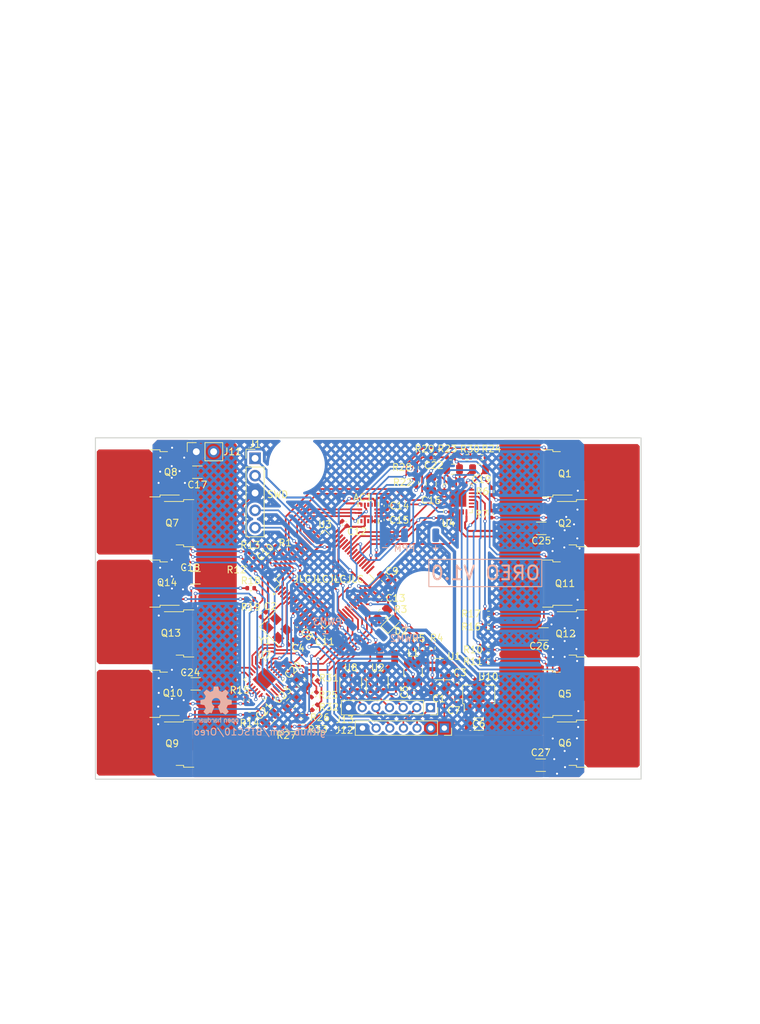
<source format=kicad_pcb>
(kicad_pcb (version 20211014) (generator pcbnew)
  (layers (0 "F.Cu" signal) (31 "B.Cu" signal) (34 "B.Paste" user) (35 "F.Paste" user) (36 "B.SilkS" user "B.Silkscreen") (37 "F.SilkS" user "F.Silkscreen") (38 "B.Mask" user) (39 "F.Mask" user) (44 "Edge.Cuts" user))
  (net 0 "")
  (net 1 "+BATT")
  (net 2 "GND")
  (net 3 "+3V3")
  (net 4 "+3.3VA")
  (net 5 "/BOOT0")
  (net 20 "SWDIO")
  (net 21 "SWDCLK")
  (net 24 "SWO")
  (net 27 "SPIx_SCK")
  (net 28 "SPIx_MOSI")
  (net 29 "SPIx_MISO")
  (net 32 "A1_INL")
  (net 33 "B1_INL")
  (net 34 "C1_INL")
  (net 36 "A1")
  (net 37 "/GLA1")
  (net 39 "A1_INH")
  (net 40 "B1_INH")
  (net 41 "C1_INH")
  (net 42 "/GHA1")
  (net 43 "/BSTA1")
  (net 44 "IR_top")
  (net 45 "IR_bottom")
  (net 46 "/GHA1'")
  (net 47 "/GHC1'")
  (net 48 "C1")
  (net 49 "/GLC1'")
  (net 50 "/GHA2'")
  (net 51 "A2")
  (net 52 "/GLA2'")
  (net 53 "/GHC2'")
  (net 54 "/GLC2'")
  (net 55 "/GHB1'")
  (net 56 "B1")
  (net 57 "/GLB1'")
  (net 58 "/GHB2'")
  (net 59 "/GLB2'")
  (net 60 "/GLC1")
  (net 61 "/GLB1")
  (net 62 "/GHC1")
  (net 63 "/BSTC1")
  (net 64 "/GHB1")
  (net 65 "/BSTB1")
  (net 67 "/GLC2")
  (net 68 "/GLB2")
  (net 69 "/GLA2")
  (net 70 "/GHC2")
  (net 71 "/BSTC2")
  (net 72 "/GHB2")
  (net 73 "/BSTB2")
  (net 74 "/GHA2")
  (net 75 "/BSTA2")
  (net 77 "C2")
  (net 78 "B2")
  (net 79 "A2_INL")
  (net 80 "B2_INL")
  (net 81 "C2_INL")
  (net 82 "A2_INH")
  (net 83 "B2_INH")
  (net 84 "C2_INH")
  (net 85 "/GLA1'")
  (net 86 "M2_COM")
  (net 87 "M1_COM")
  (net 88 "A1_Vsense")
  (net 89 "B1_Vsense")
  (net 90 "C1_Vsense")
  (net 91 "A2_Vsense")
  (net 92 "B2_Vsense")
  (net 93 "C2_Vsense")
  (net 94 "/OSC_in")
  (net 95 "/OSC_out")
  (net 96 "/PWR_LED")
  (net 97 "VDC_sense")
  (net 98 "Heading_Red")
  (net 99 "Heading_Green")
  (net 100 "Heading_Blue")
  (net 101 "/R_REXT")
  (net 102 "/G_REXT")
  (net 103 "+5V")
  (net 104 "PPM")
  (net 105 "PWM2")
  (net 106 "PWM3")
  (net 107 "Red_LED_anode")
  (net 108 "Green_LED_anode")
  (net 109 "Net-(J12-Pad3)")
  (net 110 "Net-(J12-Pad4)")
  (footprint "Capacitor_SMD:C_0805_2012Metric" (layer "F.Cu") (at 115.214403 52.7558 -90)
    (fp_text reference "C16")
    (fp_text value "1u")
  )
  (footprint "Resistor_SMD:R_0402_1005Metric" (layer "F.Cu") (at 118.0592 48.8442 180)
    (fp_text reference "R23")
    (fp_text value "82K")
  )
  (footprint "LED_SMD:LED_0603_1608Metric" (layer "F.Cu") (at 109.452129 73.083238 45)
    (fp_text reference "D2")
    (fp_text value "Green LED")
  )
  (footprint "Resistor_SMD:R_0402_1005Metric" (layer "F.Cu") (at 98.044 83.6168 45)
    (fp_text reference "R25")
    (fp_text value "82K")
  )
  (footprint "Resistor_SMD:R_0402_1005Metric" (layer "F.Cu") (at 88.773 69.6214 180)
    (fp_text reference "R19")
    (fp_text value "20R")
  )
  (footprint "Capacitor_SMD:C_0805_2012Metric" (layer "F.Cu") (at 96.2152 81.8134 135)
    (fp_text reference "C20")
    (fp_text value "1u")
  )
  (footprint "Resistor_SMD:R_0402_1005Metric" (layer "F.Cu") (at 123.6472 71.7804)
    (fp_text reference "R17")
    (fp_text value "20R")
  )
  (footprint "Capacitor_SMD:C_0805_2012Metric" (layer "F.Cu") (at 118.432979 50.5968 180)
    (fp_text reference "C22")
    (fp_text value "1u")
  )
  (footprint "Package_TO_SOT_SMD:TO-252-2" (layer "F.Cu") (at 130.6 51.2 180)
    (fp_text reference "Q1")
    (fp_text value "G35N02K")
  )
  (footprint "Package_SO:TSOP-6_1.65x3.05mm_P0.95mm" (layer "F.Cu") (at 107.315 81.8642 90)
    (fp_text reference "U2")
    (fp_text value "NCR421UX")
  )
  (footprint "Resistor_SMD:R_0402_1005Metric" (layer "F.Cu") (at 89.0016 63.1698 135)
    (fp_text reference "R13")
    (fp_text value "20R")
  )
  (footprint "Capacitor_SMD:C_0402_1005Metric" (layer "F.Cu") (at 118.9228 81.788 -90)
    (fp_text reference "C3")
    (fp_text value "10uF")
  )
  (footprint "Resistor_SMD:R_0402_1005Metric" (layer "F.Cu") (at 124.0536 53.8734 -90)
    (fp_text reference "R6")
    (fp_text value "20R")
  )
  (footprint "Capacitor_SMD:C_0805_2012Metric" (layer "F.Cu") (at 91.567 87.0712 45)
    (fp_text reference "C21")
    (fp_text value "1u")
  )
  (footprint "Resistor_SMD:R_0402_1005Metric" (layer "F.Cu") (at 120.4722 48.8442 180)
    (fp_text reference "R30")
    (fp_text value "14K")
  )
  (footprint "Capacitor_SMD:C_0402_1005Metric" (layer "F.Cu") (at 112.7506 83.2612)
    (fp_text reference "C5")
    (fp_text value "10uF")
  )
  (footprint "Capacitor_SMD:C_0603_1608Metric" (layer "F.Cu") (at 108.3818 66.6242 -45)
    (fp_text reference "C9")
    (fp_text value "4u7F")
  )
  (footprint "Resistor_SMD:R_0402_1005Metric" (layer "F.Cu") (at 115.4176 76.8096 90)
    (fp_text reference "R4")
    (fp_text value "82K")
  )
  (footprint "Capacitor_SMD:C_0805_2012Metric" (layer "F.Cu") (at 122.250204 50.5968 180)
    (fp_text reference "C19")
    (fp_text value "1u")
  )
  (footprint "Resistor_SMD:R_0402_1005Metric" (layer "F.Cu") (at 88.138 84.4296 -90)
    (fp_text reference "R15")
    (fp_text value "20R")
  )
  (footprint "Package_SO:TSOP-6_1.65x3.05mm_P0.95mm" (layer "F.Cu") (at 103.4288 81.8642 90)
    (fp_text reference "U8")
    (fp_text value "NCR421UX")
  )
  (footprint "Connector_PinSocket_2.54mm:PinSocket_1x02_P2.54mm_Vertical" (layer "F.Cu") (at 80.792 48.0318 90)
    (fp_text reference "J11")
    (fp_text value "Conn_01x02_Female" hide)
  )
  (footprint "Resistor_SMD:R_0402_1005Metric" (layer "F.Cu") (at 88.773 68.0212 180)
    (fp_text reference "R18")
    (fp_text value "20R")
  )
  (footprint "Capacitor_SMD:C_0402_1005Metric" (layer "F.Cu") (at 99.6188 74.7014 180)
    (fp_text reference "C11")
    (fp_text value "100nF")
  )
  (footprint "Capacitor_SMD:C_0402_1005Metric" (layer "F.Cu") (at 118.8974 84.4016 -90)
    (fp_text reference "C7")
    (fp_text value "10uF")
  )
  (footprint "Connector_PinHeader_2.54mm:PinHeader_1x05_P2.54mm_Vertical" (layer "F.Cu") (at 89.408 49.0016)
    (fp_text reference "J1")
    (fp_text value "SWD")
  )
  (footprint "Package_TO_SOT_SMD:SOT-23" (layer "F.Cu") (at 116.3574 79.883 180)
    (fp_text reference "U1")
    (fp_text value "AP7375-33SA-7")
  )
  (footprint "Capacitor_SMD:C_1206_3216Metric" (layer "F.Cu") (at 131.6972 74.7268)
    (fp_text reference "C26")
    (fp_text value "10uF")
  )
  (footprint "Resistor_SMD:R_0402_1005Metric" (layer "F.Cu") (at 112.9792 50.3174 90)
    (fp_text reference "R28")
    (fp_text value "14K")
  )
  (footprint "Capacitor_SMD:C_0402_1005Metric" (layer "F.Cu") (at 107.7214 69.4944 -135)
    (fp_text reference "C13")
    (fp_text value "100nF")
  )
  (footprint "Connector_Wire:SolderWirePad_1x01_SMD_1x2mm" (layer "F.Cu") (at 107.6706 77.5462 180)
    (fp_text reference "J14" hide)
    (fp_text value "Conn_01x01_Female" hide)
  )
  (footprint "MountingHole:MountingHole_3.2mm_M3" (layer "F.Cu") (at 114.2238 69.6214)
    (fp_text reference "REF**" hide)
    (fp_text value "MountingHole_3.2mm_M3" hide)
  )
  (footprint "Package_TO_SOT_SMD:SOT-89-3" (layer "F.Cu") (at 122.1994 83.8936 90)
    (fp_text reference "U10")
    (fp_text value "PJ73AL50SQ")
  )
  (footprint "Package_TO_SOT_SMD:TO-252-2" (layer "F.Cu") (at 130.6 83.5 180)
    (fp_text reference "Q5")
    (fp_text value "G35N02K")
  )
  (footprint "Resistor_SMD:R_0402_1005Metric" (layer "F.Cu") (at 123.6472 73.6854)
    (fp_text reference "R16")
    (fp_text value "20R")
  )
  (footprint "Resistor_SMD:R_0402_1005Metric" (layer "F.Cu") (at 122.682 48.844199 180)
    (fp_text reference "R24")
    (fp_text value "82K")
  )
  (footprint "Capacitor_SMD:C_1206_3216Metric" (layer "F.Cu") (at 80.6704 66.4972 180)
    (fp_text reference "C18")
    (fp_text value "10uF")
  )
  (footprint "Resistor_SMD:R_0402_1005Metric" (layer "F.Cu") (at 88.392 64.516 135)
    (fp_text reference "R12")
    (fp_text value "20R")
  )
  (footprint "Package_TO_SOT_SMD:TO-252-2" (layer "F.Cu") (at 81.4 90.8)
    (fp_text reference "Q9")
    (fp_text value "G35N02K")
  )
  (footprint "Resistor_SMD:R_0402_1005Metric" (layer "F.Cu") (at 98.171 85.471 45)
    (fp_text reference "R32")
    (fp_text value "14K")
  )
  (footprint "Capacitor_SMD:C_0402_1005Metric" (layer "F.Cu") (at 108.6866 55.9562 90)
    (fp_text reference "C14")
    (fp_text value "100uF")
  )
  (footprint "Resistor_SMD:R_0402_1005Metric" (layer "F.Cu") (at 123.9774 57.1754 -90)
    (fp_text reference "R7")
    (fp_text value "20R")
  )
  (footprint "Capacitor_SMD:C_0805_2012Metric" (layer "F.Cu") (at 94.6912 84.8868 45)
    (fp_text reference "C23")
    (fp_text value "1u")
  )
  (footprint "Capacitor_SMD:C_0805_2012Metric" (layer "F.Cu") (at 116.3574 82.8294)
    (fp_text reference "C1")
    (fp_text value "1uF")
  )
  (footprint "Capacitor_SMD:C_0402_1005Metric" (layer "F.Cu") (at 91.6432 63.6016 45)
    (fp_text reference "C10")
    (fp_text value "100nF")
  )
  (footprint "Package_TO_SOT_SMD:TO-252-2" (layer "F.Cu") (at 73 51.2 180)
    (fp_text reference "Q8")
    (fp_text value "G35N02K")
  )
  (footprint "Package_TO_SOT_SMD:TO-252-2" (layer "F.Cu") (at 130.6 67.35 180)
    (fp_text reference "Q11")
    (fp_text value "G35N02K")
  )
  (footprint "Capacitor_SMD:C_1206_3216Metric" (layer "F.Cu") (at 122.1994 87.925 180)
    (fp_text reference "C6")
    (fp_text value "10uF")
  )
  (footprint "MountingHole:MountingHole_3.2mm_M3" (layer "F.Cu") (at 95.5294 49.9364)
    (fp_text reference "REF**" hide)
    (fp_text value "MountingHole_3.2mm_M3" hide)
  )
  (footprint "Package_TO_SOT_SMD:TO-252-2" (layer "F.Cu") (at 73 67.35 180)
    (fp_text reference "Q14")
    (fp_text value "G35N02K")
  )
  (footprint "Resistor_SMD:R_0402_1005Metric" (layer "F.Cu") (at 98.171 81.1784 -45)
    (fp_text reference "R31")
    (fp_text value "14K")
  )
  (footprint "Capacitor_SMD:C_1206_3216Metric" (layer "F.Cu") (at 80.9498 51.0286 180)
    (fp_text reference "C17")
    (fp_text value "10uF")
  )
  (footprint "Capacitor_SMD:C_1206_3216Metric" (layer "F.Cu") (at 131.3688 59.2582)
    (fp_text reference "C25")
    (fp_text value "10uF")
  )
  (footprint "Package_TO_SOT_SMD:TO-252-2" (layer "F.Cu") (at 139 74.65)
    (fp_text reference "Q12")
    (fp_text value "G35N02K")
  )
  (footprint "Package_TO_SOT_SMD:TO-252-2" (layer "F.Cu") (at 81.4 58.5)
    (fp_text reference "Q7")
    (fp_text value "G35N02K")
  )
  (footprint "Package_DFN_QFN:VQFN-24-1EP_4x4mm_P0.5mm_EP2.45x2.45mm" (layer "F.Cu") (at 90.7542 81.407 -45)
    (fp_text reference "U7")
    (fp_text value "DRV8300DRGER")
  )
  (footprint "Resistor_SMD:R_0402_1005Metric" (layer "F.Cu") (at 113.792 76.8096 -90)
    (fp_text reference "R5")
    (fp_text value "14K")
  )
  (footprint "Package_DFN_QFN:VQFN-24-1EP_4x4mm_P0.5mm_EP2.45x2.45mm" (layer "F.Cu") (at 119.1514 54.864 90)
    (fp_text reference "U4")
    (fp_text value "DRV8300DRGER")
  )
  (footprint "Package_TO_SOT_SMD:TO-252-2" (layer "F.Cu") (at 139 90.8)
    (fp_text reference "Q6")
    (fp_text value "G35N02K")
  )
  (footprint "Resistor_SMD:R_0402_1005Metric" (layer "F.Cu") (at 123.6472 78.7654)
    (fp_text reference "R11")
    (fp_text value "20R")
  )
  (footprint "Resistor_SMD:R_0402_1005Metric" (layer "F.Cu") (at 88.5952 86.5632 180)
    (fp_text reference "R14")
    (fp_text value "20R")
  )
  (footprint "Inductor_SMD:L_1210_3225Metric" (layer "F.Cu") (at 112.5728 80.3656 -90)
    (fp_text reference "L1")
    (fp_text value "1mH")
  )
  (footprint "Resistor_SMD:R_0402_1005Metric" (layer "F.Cu") (at 92.7608 62.2808 135)
    (fp_text reference "R1")
    (fp_text value "82K")
  )
  (footprint "Connector_PinSocket_2.00mm:PinSocket_1x07_P2.00mm_Vertical" (layer "F.Cu") (at 117.157 88.519 -90)
    (fp_text reference "J12")
    (fp_text value "Conn_01x07_Female" hide)
  )
  (footprint "Resistor_SMD:R_0402_1005Metric" (layer "F.Cu") (at 96.2934 86.7664)
    (fp_text reference "R26")
    (fp_text value "82K")
  )
  (footprint "Capacitor_SMD:C_0402_1005Metric" (layer "F.Cu") (at 102.5144 58.547 -45)
    (fp_text reference "C12")
    (fp_text value "100nF")
  )
  (footprint "Resistor_SMD:R_0402_1005Metric" (layer "F.Cu") (at 115.697 48.8442 180)
    (fp_text reference "R29")
    (fp_text value "14K")
  )
  (footprint "Capacitor_SMD:C_0402_1005Metric" (layer "F.Cu") (at 95.6818 73.4568 135)
    (fp_text reference "C8")
    (fp_text value "10nF")
  )
  (footprint "Resistor_SMD:R_0805_2012Metric" (layer "F.Cu") (at 108.12305 71.790083 45)
    (fp_text reference "R3")
    (fp_text value "500R")
  )
  (footprint "Package_TO_SOT_SMD:TO-252-2" (layer "F.Cu") (at 73 83.5 180)
    (fp_text reference "Q10")
    (fp_text value "G35N02K")
  )
  (footprint "Resistor_SMD:R_0402_1005Metric" (layer "F.Cu") (at 113.0046 52.5272 90)
    (fp_text reference "R22")
    (fp_text value "82K")
  )
  (footprint "Package_QFP:LQFP-64_10x10mm_P0.5mm" (layer "F.Cu") (at 99.6442 66.7004 45)
    (fp_text reference "U3")
    (fp_text value "STM32F303RBTx")
  )
  (footprint "Connector_PinSocket_2.00mm:PinSocket_1x07_P2.00mm_Vertical" (layer "F.Cu") (at 115.1184 85.5218 -90)
    (fp_text reference "J13")
    (fp_text value "Conn_01x07_Female" hide)
  )
  (footprint "Resistor_SMD:R_0402_1005Metric" (layer "F.Cu") (at 123.6472 77.0382)
    (fp_text reference "R10")
    (fp_text value "20R")
  )
  (footprint "Connector_Wire:SolderWirePad_1x01_SMD_1x2mm" (layer "F.Cu") (at 109.8804 78.0796 180)
    (fp_text reference "J15" hide)
    (fp_text value "Conn_01x01_Female" hide)
  )
  (footprint "Crystal:Crystal_SMD_3225-4Pin_3.2x2.5mm" (layer "F.Cu") (at 92.6338 73.914 -45)
    (fp_text reference "Y1")
    (fp_text value "Crystal")
  )
  (footprint "Capacitor_SMD:C_0402_1005Metric" (layer "F.Cu") (at 90.611476 71.891676 45)
    (fp_text reference "C2")
    (fp_text value "20pF")
  )
  (footprint "Package_TO_SOT_SMD:TO-252-2" (layer "F.Cu") (at 81.4 74.65)
    (fp_text reference "Q13")
    (fp_text value "G35N02K")
  )
  (footprint "KiCad:H3LIS331DLTR" (layer "F.Cu") (at 106 56.9976 -90)
    (fp_text reference "AC1")
    (fp_text value "H3LIS331DLTR" hide)
  )
  (footprint "Capacitor_SMD:C_0402_1005Metric" (layer "F.Cu") (at 108.6866 58.039 -90)
    (fp_text reference "C15")
    (fp_text value "100nF")
  )
  (footprint "Capacitor_SMD:C_1206_3216Metric" (layer "F.Cu") (at 80.6958 82.042 180)
    (fp_text reference "C24")
    (fp_text value "10uF")
  )
  (footprint "Resistor_SMD:R_0402_1005Metric" (layer "F.Cu") (at 96.4184 88.2904)
    (fp_text reference "R33")
    (fp_text value "14K")
  )
  (footprint "Package_TO_SOT_SMD:TO-252-2" (layer "F.Cu") (at 139 58.5)
    (fp_text reference "Q2")
    (fp_text value "G35N02K")
  )
  (footprint "Capacitor_SMD:C_1206_3216Metric" (layer "F.Cu") (at 131.2908 93.9546)
    (fp_text reference "C27")
    (fp_text value "10uF")
  )
  (footprint "Capacitor_SMD:C_0402_1005Metric" (layer "F.Cu") (at 94.656126 75.936326 45)
    (fp_text reference "C4")
    (fp_text value "20pF")
  )
  (footprint "Resistor_SMD:R_0402_1005Metric" (layer "F.Cu") (at 94.0054 88.2904)
    (fp_text reference "R27")
    (fp_text value "82K")
  )
  (footprint "Connector_Wire:SolderWirePad_1x01_SMD_1x2mm" (layer "B.Cu") (at 107.8992 74.8792 -135)
    (fp_text reference "J6" hide)
    (fp_text value "Conn_01x01_Female")
  )
  (footprint "Connector_Wire:SolderWirePad_1x01_SMD_1x2mm" (layer "B.Cu") (at 105.423958 71.334642 -135)
    (fp_text reference "J4" hide)
    (fp_text value "Conn_01x01_Female")
  )
  (footprint "Connector_Wire:SolderWirePad_1x01_SMD_1x2mm" (layer "B.Cu") (at 115.9002 60.2742 180)
    (fp_text reference "J2" hide)
    (fp_text value "Conn_01x01_Female")
  )
  (footprint "Connector_Wire:SolderWirePad_1x01_SMD_1x2mm" (layer "B.Cu") (at 105.878643 76.899758 -135)
    (fp_text reference "J8" hide)
    (fp_text value "Conn_01x01_Female")
  )
  (footprint "Connector_Wire:SolderWirePad_1x01_SMD_1x2mm" (layer "B.Cu") (at 101.382842 75.375758 45)
    (fp_text reference "J9" hide)
    (fp_text value "Conn_01x01_Female")
  )
  (footprint "Connector_Wire:SolderWirePad_1x01_SMD_1x2mm" (layer "B.Cu") (at 111.3155 60.2742 180)
    (fp_text reference "J5" hide)
    (fp_text value "Conn_01x01_Female")
  )
  (footprint "Symbol:OSHW-Logo2_7.3x6mm_SilkScreen" (layer "B.Cu") (at 83.693 85.1916 180)
    (fp_text reference "REF**" hide)
    (fp_text value "OSHW-Logo2_7.3x6mm_SilkScreen" hide)
  )
  (footprint "Connector_Wire:SolderWirePad_1x01_SMD_1x2mm" (layer "B.Cu") (at 103.4034 73.3552 -135)
    (fp_text reference "J7" hide)
    (fp_text value "Conn_01x01_Female")
  )
  (footprint "Connector_Wire:SolderWirePad_1x01_SMD_1x2mm" (layer "B.Cu") (at 109.919758 72.858643 -135)
    (fp_text reference "J3" hide)
    (fp_text value "Conn_01x01_Female")
  )
  (footprint "Connector_Wire:SolderWirePad_1x01_SMD_1x2mm" (layer "B.Cu") (at 108.458 60.2742 180)
    (fp_text reference "J10" hide)
    (fp_text value "Conn_01x01_Female")
  )
  (gr_rect (start 114.89 67.8) (end 131.445 63.8) (layer "B.SilkS") (width 0.15) (fill none))
  (gr_circle (center 92.1766 68.8848) (end 92.1766 68.9102) (layer "F.SilkS") (width 0.15) (fill none))
  (gr_rect (start 66 46) (end 146 96) (layer "Edge.Cuts") (width 0.15) (fill none))
  (gr_text "-" (at 99.7204 74.6252) (layer "B.SilkS") (effects (font (size 1 1)) (justify mirror)))
  (gr_text "PWM2" (at 111.3028 75.3618) (layer "B.SilkS") (effects (font (size 1 1)) (justify mirror)))
  (gr_text "+" (at 115.8748 62.0776) (layer "B.SilkS") (effects (font (size 1 1)) (justify mirror)))
  (gr_text "-" (at 108.458 62.0014) (layer "B.SilkS") (effects (font (size 1 1)) (justify mirror)))
  (gr_text "PPM" (at 111.3282 62.1792) (layer "B.SilkS") (effects (font (size 1 1)) (justify mirror)))
  (gr_text "-" (at 107.823 77.4192) (layer "B.SilkS") (effects (font (size 1 1)) (justify mirror)))
  (gr_text "OREO V1.0" (at 123.18 65.8) (layer "B.SilkS") (effects (font (size 2 2) (thickness 0.3)) (justify mirror)))
  (gr_text "github.com/BTSC10/Oreo" (at 90.0938 89.0778) (layer "B.SilkS") (effects (font (size 1 1)) (justify mirror)))
  (gr_text "+" (at 103.4288 70.8406) (layer "B.SilkS") (effects (font (size 1 1)) (justify mirror)))
  (gr_text "+" (at 111.4806 73.66) (layer "B.SilkS") (effects (font (size 1 1)) (justify mirror)))
  (gr_text "PWM3" (at 100.0252 72.9488) (layer "B.SilkS") (effects (font (size 1 1)) (justify mirror)))
  (gr_text "SWD" (at 92.7 54.3) (layer "F.SilkS") (effects (font (size 1 1))))
  (gr_text "JLCJLCJLCJLC" (at 100.2 66.7) (layer "F.SilkS") (effects (font (size 1 1) (thickness 0.16))))
  (segment (start 89.170002 80.178402) (end 88.6714 79.6798) (width 0.25) (layer "F.Cu") (net 1))
  (segment (start 115.4074 82.8294) (end 115.4074 80.7364) (width 0.25) (layer "F.Cu") (net 1))
  (segment (start 88.6714 79.6798) (end 86.233 79.6798) (width 0.25) (layer "F.Cu") (net 1))
  (segment (start 115.4199 80.7239) (end 115.4074 80.7364) (width 0.25) (layer "F.Cu") (net 1))
  (segment (start 119.4014 59.559) (end 120.2944 60.452) (width 0.25) (layer "F.Cu") (net 1))
  (segment (start 115.4074 83.0224) (end 117.157 84.772) (width 0.25) (layer "F.Cu") (net 1))
  (segment (start 115.4199 79.883) (end 115.4199 80.7239) (width 0.25) (layer "F.Cu") (net 1))
  (segment (start 120.2944 60.452) (end 126.0856 60.452) (width 0.25) (layer "F.Cu") (net 1))
  (segment (start 117.157 84.772) (end 117.157 88.519) (width 0.25) (layer "F.Cu") (net 1))
  (segment (start 115.4074 82.8294) (end 115.4074 83.0224) (width 0.25) (layer "F.Cu") (net 1))
  (segment (start 119.4014 56.8515) (end 119.4014 59.559) (width 0.25) (layer "F.Cu") (net 1))
  (segment (start 89.172049 80.178402) (end 89.170002 80.178402) (width 0.25) (layer "F.Cu") (net 1))
  (segment (start 115.4176 78.2574) (end 115.4176 77.3196) (width 0.25) (layer "F.Cu") (net 1))
  (via (at 115.4176 78.2574) (size 0.5) (drill 0.3) (layers "F.Cu" "B.Cu") (net 1))
  (via (at 115.4074 80.7364) (size 0.5) (drill 0.3) (layers "F.Cu" "B.Cu") (net 1))
  (segment (start 115.4074 80.7364) (end 115.4074 78.2676) (width 0.25) (layer "B.Cu") (net 1))
  (segment (start 115.4074 78.2676) (end 115.4176 78.2574) (width 0.25) (layer "B.Cu") (net 1))
  (segment (start 107.381989 69.833811) (end 107.448178 69.9) (width 0.3) (layer "F.Cu") (net 2))
  (segment (start 98.044 70.775474) (end 96.868806 71.950668) (width 0.3) (layer "F.Cu") (net 2))
  (segment (start 118.713693 84.8816) (end 117.3074 83.475307) (width 0.5) (layer "F.Cu") (net 2))
  (segment (start 105.5 57.5172) (end 105.5196 57.4976) (width 0.3) (layer "F.Cu") (net 2))
  (segment (start 95.342389 73.117389) (end 95.702085 73.117389) (width 0.3) (layer "F.Cu") (net 2))
  (segment (start 107 58.1976) (end 106.5 58.1976) (width 0.3) (layer "F.Cu") (net 2))
  (segment (start 104.3788 81.5696) (end 104.394 81.5848) (width 0.3) (layer "F.Cu") (net 2))
  (segment (start 108.768285 71.144848) (end 108.9152 70.997933) (width 0.3) (layer "F.Cu") (net 2))
  (segment (start 107.448178 69.9) (end 108.5 69.9) (width 0.3) (layer "F.Cu") (net 2))
  (segment (start 98.044 69.977) (end 98.044 70.775474) (width 0.3) (layer "F.Cu") (net 2))
  (segment (start 94.4 66.333016) (end 98.043984 69.977) (width 0.3) (layer "F.Cu") (net 2))
  (segment (start 99.4156 71.3486) (end 99.4156 74.4246) (width 0.3) (layer "F.Cu") (net 2))
  (segment (start 93.333272 64.985666) (end 93.333272 64.986344) (width 0.3) (layer "F.Cu") (net 2))
  (segment (start 107.9754 56.1874) (end 107.9754 55.7276) (width 0.3) (layer "F.Cu") (net 2))
  (segment (start 92.1766 63.0682) (end 92.1766 62.143752) (width 0.3) (layer "F.Cu") (net 2))
  (segment (start 117.4444 82.8294) (end 118.0058 82.268) (width 0.3) (layer "F.Cu") (net 2))
  (segment (start 119.6848 85.189) (end 120.0394 85.5436) (width 0.5) (layer "F.Cu") (net 2))
  (segment (start 99.4156 74.4246) (end 99.1388 74.7014) (width 0.3) (layer "F.Cu") (net 2))
  (segment (start 91.982611 63.262189) (end 91.982611 63.635005) (width 0.3) (layer "F.Cu") (net 2))
  (segment (start 120.6994 85.5436) (end 120.6994 86.6382) (width 0.8) (layer "F.Cu") (net 2))
  (segment (start 120.0394 85.5436) (end 120.6994 85.5436) (width 0.5) (layer "F.Cu") (net 2))
  (segment (start 88.464942 80.88483) (end 87.971112 80.391) (width 0.25) (layer "F.Cu") (net 2))
  (segment (start 94.4 66.053072) (end 94.4 66.333016) (width 0.3) (layer "F.Cu") (net 2))
  (segment (start 87.6046 59.9948) (end 89.529976 61.920176) (width 0.3) (layer "F.Cu") (net 2))
  (segment (start 89.529976 61.920176) (end 92.400176 61.920176) (width 0.3) (layer "F.Cu") (net 2))
  (segment (start 109.8804 78.0796) (end 109.8804 78.613) (width 0.45) (layer "F.Cu") (net 2))
  (segment (start 95.702085 73.117389) (end 96.868806 71.950668) (width 0.3) (layer "F.Cu") (net 2))
  (segment (start 118.0058 82.268) (end 117.2949 81.5571) (width 0.3) (layer "F.Cu") (net 2))
  (segment (start 92.1766 62.143752) (end 92.400176 61.920176) (width 0.3) (layer "F.Cu") (net 2))
  (segment (start 87.6046 55.885) (end 87.6046 59.9948) (width 0.3) (layer "F.Cu") (net 2))
  (segment (start 113.792 77.3196) (end 113.792 77.4954) (width 0.3) (layer "F.Cu") (net 2))
  (segment (start 95.3 75.292452) (end 94.995537 75.596915) (width 0.3) (layer "F.Cu") (net 2))
  (segment (start 104.3788 80.7042) (end 104.3788 81.5696) (width 0.3) (layer "F.Cu") (net 2))
  (segment (start 120.2 58.4) (end 120.4014 58.1986) (width 0.3) (layer "F.Cu") (net 2))
  (segment (start 107.6652 56.4976) (end 107.837 56.3258) (width 0.3) (layer "F.Cu") (net 2))
  (segment (start 117.2949 82.8169) (end 117.3074 82.8294) (width 0.3) (layer "F.Cu") (net 2))
  (segment (start 108.9152 69.16166) (end 108.9152 68.329816) (width 0.3) (layer "F.Cu") (net 2))
  (segment (start 98.043984 69.977) (end 98.044 69.977) (width 0.3) (layer "F.Cu") (net 2))
  (segment (start 91.3 66.1) (end 91.3 71.203152) (width 0.3) (layer "F.Cu") (net 2))
  (segment (start 104.8024 55.6) (end 105 55.7976) (width 0.3) (layer "F.Cu") (net 2))
  (segment (start 105.317022 59.0296) (end 102.997 59.0296) (width 0.3) (layer "F.Cu") (net 2))
  (segment (start 124.841 59.6392) (end 120.6392 59.6392) (width 0.3) (layer "F.Cu") (net 2))
  (segment (start 120.4014 56.8515) (end 120.4014 57.4986) (width 0.25) (layer "F.Cu") (net 2))
  (segment (start 102.8 55.6) (end 104.8024 55.6) (width 0.3) (layer "F.Cu") (net 2))
  (segment (start 118.9228 82.268) (end 118.0058 82.268) (width 0.3) (layer "F.Cu") (net 2))
  (segment (start 102.1 54.9) (end 102.8 55.6) (width 0.3) (layer "F.Cu") (net 2))
  (segment (start 105.5 58.1976) (end 105.5 57.5172) (width 0.3) (layer "F.Cu") (net 2))
  (segment (start 107 58.1976) (end 107.88 58.1976) (width 0.3) (layer "F.Cu") (net 2))
  (segment (start 107.837 56.3258) (end 107.9754 56.1874) (width 0.3) (layer "F.Cu") (net 2))
  (segment (start 87.971112 80.391) (end 87.1728 80.391) (width 0.25) (layer "F.Cu") (net 2))
  (segment (start 108.9152 70.997933) (end 108.9152 69.4848) (width 0.3) (layer "F.Cu") (net 2))
  (segment (start 107.9754 55.7276) (end 108.2268 55.4762) (width 0.3) (layer "F.Cu") (net 2))
  (segment (start 120.6994 87.9) (end 120.7244 87.925) (width 0.3) (layer "F.Cu") (net 2))
  (segment (start 89.408 54.0816) (end 87.6046 55.885) (width 0.3) (layer "F.Cu") (net 2))
  (segment (start 106.449022 57.4976) (end 105.6974 57.4976) (width 0.3) (layer "F.Cu") (net 2))
  (segment (start 118.8974 84.8816) (end 118.713693 84.8816) (width 0.5) (layer "F.Cu") (net 2))
  (segment (start 93.333272 64.986344) (end 94.4 66.053072) (width 0.3) (layer "F.Cu") (net 2))
  (segment (start 120.2 59.2) (end 120.2 58.4) (width 0.3) (layer "F.Cu") (net 2))
  (segment (start 102.997 59.0296) (end 102.853811 58.886411) (width 0.3) (layer "F.Cu") (net 2))
  (segment (start 117.3074 82.8294) (end 117.4444 82.8294) (width 0.3) (layer "F.Cu") (net 2))
  (segment (start 108.929808 67.172208) (end 108.929808 68.315208) (width 0.3) (layer "F.Cu") (net 2))
  (segment (start 108.9152 69.4848) (end 108.9152 69.190876) (width 0.3) (layer "F.Cu") (net 2))
  (segment (start 102.853811 58.894595) (end 101.358934 60.389472) (width 0.3) (layer "F.Cu") (net 2))
  (segment (start 108.265 80.7042) (end 108.265 81.4984) (width 0.3) (layer "F.Cu") (net 2))
  (segment (start 113.792 77.4954) (end 114.427 78.1304) (width 0.3) (layer "F.Cu") (net 2))
  (segment (start 117.3074 83.475307) (end 117.3074 82.8294) (width 0.5) (layer "F.Cu") (net 2))
  (segment (start 95.342389 73.117389) (end 95.3 73.159778) (width 0.3) (layer "F.Cu") (net 2))
  (segment (start 120.4014 58.1986) (end 120.4014 57.4986) (width 0.3) (layer "F.Cu") (net 2))
  (segment (start 106.5 57.548578) (end 106.449022 57.4976) (width 0.3) (layer "F.Cu") (net 2))
  (segment (start 119.3774 84.8816) (end 119.6848 85.189) (width 0.5) (layer "F.Cu") (net 2))
  (segment (start 106.5 58.1976) (end 106.5 57.548578) (width 0.3) (layer "F.Cu") (net 2))
  (segment (start 105.5196 57.4976) (end 105.6974 57.4976) (width 0.3) (layer "F.Cu") (net 2))
  (segment (start 120.6392 59.6392) (end 120.2 59.2) (width 0.3) (layer "F.Cu") (net 2))
  (segment (start 107.381989 69.833811) (end 107.373805 69.833811) (width 0.3) (layer "F.Cu") (net 2))
  (segment (start 108.9152 68.329816) (end 108.929808 68.315208) (width 0.3) (layer "F.Cu") (net 2))
  (segment (start 105.5 58.1976) (end 105.5 58.846622) (width 0.3) (layer "F.Cu") (net 2))
  (segment (start 120.6994 86.6382) (end 120.6994 87.9) (width 0.8) (layer "F.Cu") (net 2))
  (segment (start 108.5 69.9) (end 108.9152 69.4848) (width 0.3) (layer "F.Cu") (net 2))
  (segment (start 117.2949 81.5571) (end 117.2949 82.8169) (width 0.3) (layer "F.Cu") (net 2))
  (segment (start 107.373805 69.833811) (end 105.955128 68.415134) (width 0.3) (layer "F.Cu") (net 2))
  (segment (start 118.8974 84.8816) (end 119.3774 84.8816) (width 0.5) (layer "F.Cu") (net 2))
  (segment (start 105.5 58.846622) (end 105.317022 59.0296) (width 0.3) (layer "F.Cu") (net 2))
  (segment (start 113.2306 83.2612) (end 114.173 83.2612) (width 0.3) (layer "F.Cu") (net 2))
  (segment (start 108.2014 58.519) (end 107.88 58.1976) (width 0.3) (layer "F.Cu") (net 2))
  (segment (start 108.265 81.4984) (end 108.2548 81.5086) (width 0.3) (layer "F.Cu") (net 2))
  (segment (start 117.2949 80.833) (end 117.2949 81.5571) (width 0.3) (layer "F.Cu") (net 2))
  (segment (start 108.265 80.2284) (end 108.265 80.7042) (width 0.45) (layer "F.Cu") (net 2))
  (segment (start 108.6866 58.519) (end 108.2014 58.519) (width 0.3) (layer "F.Cu") (net 2))
  (segment (start 98.044 69.977) (end 99.4156 71.3486) (width 0.3) (layer "F.Cu") (net 2))
  (segment (start 91.982611 63.262189) (end 92.1766 63.0682) (width 0.3) (layer "F.Cu") (net 2))
  (segment (start 91.3 71.203152) (end 90.950887 71.552265) (width 0.3) (layer "F.Cu") (net 2))
  (segment (start 91.982611 63.635005) (end 93.333272 64.985666) (width 0.3) (layer "F.Cu") (net 2))
  (segment (start 108.2268 55.4762) (end 108.6866 55.4762) (width 0.3) (layer "F.Cu") (net 2))
  (segment (start 107.2 56.4976) (end 107.6652 56.4976) (width 0.3) (layer "F.Cu") (net 2))
  (segment (start 95.3 73.159778) (end 95.3 75.292452) (width 0.3) (layer "F.Cu") (net 2))
  (segment (start 109.8804 78.613) (end 108.265 80.2284) (width 0.45) (layer "F.Cu") (net 2))
  (segment (start 105.6974 57.4976) (end 104.8 57.4976) (width 0.3) (layer "F.Cu") (net 2))
  (segment (start 102.853811 58.886411) (end 102.853811 58.894595) (width 0.3) (layer "F.Cu") (net 2))
  (segment (start 88.464942 80.885509) (end 88.464942 80.88483) (width 0.25) (layer "F.Cu") (net 2))
  (via (at 79.0194 48.895) (size 0.5) (drill 0.3) (layers "F.Cu" "B.Cu") (net 2))
  (via (at 75.4888 65.024) (size 0.5) (drill 0.3) (layers "F.Cu" "B.Cu") (net 2))
  (via (at 77.2414 47.4472) (size 0.5) (drill 0.3) (layers "F.Cu" "B.Cu") (net 2))
  (via (at 108.2548 81.5086) (size 0.5) (drill 0.3) (layers "F.Cu" "B.Cu") (net 2))
  (via (at 133.0198 62.5856) (size 0.5) (drill 0.3) (layers "F.Cu" "B.Cu") (net 2))
  (via (at 136.9822 62.2046) (size 0.5) (drill 0.3) (layers "F.Cu" "B.Cu") (net 2))
  (via (at 79.121 52.6034) (size 0.5) (drill 0.3) (layers "F.Cu" "B.Cu") (net 2))
  (via (at 134.747 62.0522) (size 0.5) (drill 0.3) (layers "F.Cu" "B.Cu") (net 2))
  (via (at 136.6012 93.0656) (size 0.5) (drill 0.3) (layers "F.Cu" "B.Cu") (net 2))
  (via (at 75.2094 85.3694) (size 0.5) (drill 0.3) (layers "F.Cu" "B.Cu") (net 2))
  (via (at 75.2856 72.0344) (size 0.5) (drill 0.3) (layers "F.Cu" "B.Cu") (net 2))
  (via (at 136.2456 74.9808) (size 0.5) (drill 0.3) (layers "F.Cu" "B.Cu") (net 2))
  (via (at 77.216 79.9846) (size 0.5) (drill 0.3) (layers "F.Cu" "B.Cu") (net 2))
  (via (at 135.0264 57.5818) (size 0.5) (drill 0.3) (layers "F.Cu" "B.Cu") (net 2))
  (via (at 134.7978 91.8718) (size 0.5) (drill 0.3) (layers "F.Cu" "B.Cu") (net 2))
  (via (at 114.427 78.1304) (size 0.5) (drill 0.3) (layers "F.Cu" "B.Cu") (net 2))
  (via (at 108.929808 68.315208) (size 0.5) (drill 0.3) (layers "F.Cu" "B.Cu") (net 2))
  (via (at 77.1906 63.8556) (size 0.5) (drill 0.3) (layers "F.Cu" "B.Cu") (net 2))
  (via (at 77.216 84.2264) (size 0.5) (drill 0.3) (layers "F.Cu" "B.Cu") (net 2))
  (via (at 133.2738 93.0656) (size 0.5) (drill 0.3) (layers "F.Cu" "B.Cu") (net 2))
  (via (at 79.0956 80.3656) (size 0.5) (drill 0.3) (layers "F.Cu" "B.Cu") (net 2))
  (via (at 136.652 60.7314) (size 0.5) (drill 0.3) (layers "F.Cu" "B.Cu") (net 2))
  (via (at 79.0956 65.0494) (size 0.5) (drill 0.3) (layers "F.Cu" "B.Cu") (net 2))
  (via (at 136.6774 72.39) (size 0.5) (drill 0.3) (layers "F.Cu" "B.Cu") (net 2))
  (via (at 91.3 66.1) (size 0.5) (drill 0.3) (layers "F.Cu" "B.Cu") (net 2))
  (via (at 75.5142 48.895) (size 0.5) (drill 0.3) (layers "F.Cu" "B.Cu") (net 2))
  (via (at 133.0452 90.043) (size 0.5) (drill 0.3) (layers "F.Cu" "B.Cu") (net 2))
  (via (at 133.6802 95.1992) (size 0.5) (drill 0.3) (layers "F.Cu" "B.Cu") (net 2))
  (via (at 107.9754 55.7276) (size 0.5) (drill 0.3) (layers "F.Cu" "B.Cu") (net 2))
  (via (at 104.394 81.5848) (size 0.5) (drill 0.3) (layers "F.Cu" "B.Cu") (net 2))
  (via (at 136.6266 78.6892) (size 0.5) (drill 0.3) (layers "F.Cu" "B.Cu") (net 2))
  (via (at 136.6774 56.515) (size 0.5) (drill 0.3) (layers "F.Cu" "B.Cu") (net 2))
  (via (at 134.7978 59.5376) (size 0.5) (drill 0.3) (layers "F.Cu" "B.Cu") (net 2))
  (via (at 87.1728 80.391) (size 0.5) (drill 0.3) (layers "F.Cu" "B.Cu") (net 2))
  (via (at 78.3336 50.8762) (size 0.5) (drill 0.3) (layers "F.Cu" "B.Cu") (net 2))
  (via (at 77.1906 51.8414) (size 0.5) (drill 0.3) (layers "F.Cu" "B.Cu") (net 2))
  (via (at 136.1694 58.674) (size 0.5) (drill 0.3) (layers "F.Cu" "B.Cu") (net 2))
  (via (at 75.5142 67.0814) (size 0.5) (drill 0.3) (layers "F.Cu" "B.Cu") (net 2))
  (via (at 77.216 82.4992) (size 0.5) (drill 0.3) (layers "F.Cu" "B.Cu") (net 2))
  (via (at 132.3594 76.5048) (size 0.5) (drill 0.3) (layers "F.Cu" "B.Cu") (net 2))
  (via (at 124.841 59.6392) (size 0.5) (drill 0.3) (layers "F.Cu" "B.Cu") (net 2))
  (via (at 136.525 76.9366) (size 0.5) (drill 0.3) (layers "F.Cu" "B.Cu") (net 2))
  (via (at 77.1906 66.294) (size 0.5) (drill 0.3) (layers "F.Cu" "B.Cu") (net 2))
  (via (at 136.8044 86.0298) (size 0.5) (drill 0.3) (layers "F.Cu" "B.Cu") (net 2))
  (via (at 133.0706 76.9366) (size 0.5) (drill 0.3) (layers "F.Cu" "B.Cu") (net 2))
  (via (at 134.7978 75.7682) (size 0.5) (drill 0.3) (layers "F.Cu" "B.Cu") (net 2))
  (via (at 75.2856 83.3628) (size 0.5) (drill 0.3) (layers "F.Cu" "B.Cu") (net 2))
  (via (at 133.0706 60.7568) (size 0.5) (drill 0.3) (layers "F.Cu" "B.Cu") (net 2))
  (via (at 134.8486 94.234) (size 0.5) (drill 0.3) (layers "F.Cu" "B.Cu") (net 2))
  (via (at 114.173 83.2612) (size 0.5) (drill 0.3) (layers "F.Cu" "B.Cu") (net 2))
  (via (at 136.7282 53.7464) (size 0.5) (drill 0.3) (layers "F.Cu" "B.Cu") (net 2))
  (via (at 136.7028 69.723) (size 0.5) (drill 0.3) (layers "F.Cu" "B.Cu") (net 2))
  (via (at 133.6548 58.2676) (size 0.5) (drill 0.3) (layers "F.Cu" "B.Cu") (net 2))
  (via (at 78.8416 68.199) (size 0.5) (drill 0.3) (layers "F.Cu" "B.Cu") (net 2))
  (via (at 75.2856 69.1134) (size 0.5) (drill 0.3) (layers "F.Cu" "B.Cu") (net 2))
  (via (at 133.0706 78.105) (size 0.5) (drill 0.3) (layers "F.Cu" "B.Cu") (net 2))
  (via (at 136.6012 90.0176) (size 0.5) (drill 0.3) (layers "F.Cu" "B.Cu") (net 2))
  (via (at 136.779 88.3666) (size 0.5) (drill 0.3) (layers "F.Cu" "B.Cu") (net 2))
  (via (at 134.7978 73.8886) (size 0.5) (drill 0.3) (layers "F.Cu" "B.Cu") (net 2))
  (via (at 75.2602 52.6034) (size 0.5) (drill 0.3) (layers "F.Cu" "B.Cu") (net 2))
  (via (at 119.6848 85.189) (size 0.5) (drill 0.3) (layers "F.Cu" "B.Cu") (net 2))
  (via (at 107.88 58.1976) (size 0.5) (drill 0.3) (layers "F.Cu" "B.Cu") (net 2))
  (via (at 77.1906 50.1396) (size 0.5) (drill 0.3) (layers "F.Cu" "B.Cu") (net 2))
  (via (at 120.6994 86.6382) (size 0.5) (drill 0.3) (layers "F.Cu" "B.Cu") (net 2))
  (via (at 78.9432 84.4296) (size 0.5) (drill 0.3) (layers "F.Cu" "B.Cu") (net 2))
  (via (at 132.207 91.5924) (size 0.5) (drill 0.3) (layers "F.Cu" "B.Cu") (net 2))
  (via (at 102.1 54.9) (size 0.5) (drill 0.3) (layers "F.Cu" "B.Cu") (net 2))
  (via (at 75.2856 81.2038) (size 0.5) (drill 0.3) (layers "F.Cu" "B.Cu") (net 2))
  (via (at 75.4888 50.9524) (size 0.5) (drill 0.3) (layers "F.Cu" "B.Cu") (net 2))
  (via (at 134.7978 78.0796) (size 0.5) (drill 0.3) (layers "F.Cu" "B.Cu") (net 2))
  (via (at 77.216 68.072) (size 0.5) (drill 0.3) (layers "F.Cu" "B.Cu") (net 2))
  (via (at 75.2094 87.9602) (size 0.5) (drill 0.3) (layers "F.Cu" "B.Cu") (net 2))
  (via (at 132.8674 73.3298) (size 0.5) (drill 0.3) (layers "F.Cu" "B.Cu") (net 2))
  (segment (start 124.841 59.6392) (end 132.842 59.6392) (width 0.3) (layer "B.Cu") (net 2))
  (segment (start 87.1728 80.391) (end 79.5782 80.391) (width 0.3) (layer "B.Cu") (net 2))
  (segment (start 95.9866 64.7446) (end 99.8982 60.833) (width 0.3) (layer "F.Cu") (net 3))
  (segment (start 101.005381 60.035919) (end 101.005381 60.030619) (width 0.3) (layer "F.Cu") (net 3))
  (segment (start 118.303 78.933) (end 117.2949 78.933) (width 0.3) (layer "F.Cu") (net 3))
  (segment (start 109.4 55.1) (end 109.1 54.8) (width 0.3) (layer "F.Cu") (net 3))
  (segment (start 103.3526 65.405) (end 104.5476 66.6) (width 0.3) (layer "F.Cu") (net 3))
  (segment (start 104.8471 66.6) (end 106.308681 68.061581) (width 0.3) (layer "F.Cu") (net 3))
  (segment (start 101.6762 59.3598) (end 101.6762 58.928) (width 0.3) (layer "F.Cu") (net 3))
  (segment (start 109.157 88.519) (end 109.157 88.0242) (width 0.3) (layer "F.Cu") (net 3))
  (segment (start 106.999511 55.234311) (end 106.999511 55.797111) (width 0.3) (layer "F.Cu") (net 3))
  (segment (start 106.308681 68.061581) (end 106.308681 67.601303) (width 0.3) (layer "F.Cu") (net 3))
  (segment (start 118.9228 79.5528) (end 118.303 78.933) (width 0.3) (layer "F.Cu") (net 3))
  (segment (start 109.4 55.9) (end 109.4 55.1) (width 0.3) (layer "F.Cu") (net 3))
  (segment (start 99.9744 70.9837) (end 99.9744 72.263) (width 0.3) (layer "F.Cu") (net 3))
  (segment (start 109.974279 72.491694) (end 109.974279 66.794279) (width 0.3) (layer "F.Cu") (net 3))
  (segment (start 99.9744 74.577) (end 99.9744 72.3138) (width 0.3) (layer "F.Cu") (net 3))
  (segment (start 99.9744 72.3138) (end 99.9998 72.2884) (width 0.3) (layer "F.Cu") (net 3))
  (segment (start 100.0988 74.7014) (end 99.9744 74.577) (width 0.3) (layer "F.Cu") (net 3))
  (segment (start 106.308681 67.601303) (end 107.833792 66.076192) (width 0.3) (layer "F.Cu") (net 3))
  (segment (start 93.48508 67.55622) (end 92.979719 68.061581) (width 0.3) (layer "F.Cu") (net 3))
  (segment (start 107.1184 85.9856) (end 107.1184 85.5218) (width 0.3) (layer "F.Cu") (net 3))
  (segment (start 104.5476 66.6) (end 104.8471 66.6) (width 0.3) (layer "F.Cu") (net 3))
  (segment (start 112.5728 75.090215) (end 110.008976 72.526391) (width 0.3) (layer "F.Cu") (net 3))
  (segment (start 107.2 57.4976) (end 108.6252 57.4976) (width 0.3) (layer "F.Cu") (net 3))
  (segment (start 108.1252 56.9976) (end 108.6866 56.4362) (width 0.3) (layer "F.Cu") (net 3))
  (segment (start 92.2327 64.5922) (end 92.979719 65.339219) (width 0.3) (layer "F.Cu") (net 3))
  (segment (start 101.000081 60.035919) (end 101.005381 60.035919) (width 0.3) (layer "F.Cu") (net 3))
  (segment (start 99.8982 60.833) (end 100.203 60.833) (width 0.3) (layer "F.Cu") (net 3))
  (segment (start 108.6866 56.4362) (end 108.8638 56.4362) (width 0.3) (layer "F.Cu") (net 3))
  (segment (start 110.0582 81.4802) (end 112.5728 78.9656) (width 0.3) (layer "F.Cu") (net 3))
  (segment (start 118.9228 81.308) (end 118.9228 79.5528) (width 0.3) (layer "F.Cu") (net 3))
  (segment (start 117.2949 78.933) (end 112.6054 78.933) (width 0.3) (layer "F.Cu") (net 3))
  (segment (start 108.6252 57.4976) (end 108.6866 57.559) (width 0.3) (layer "F.Cu") (net 3))
  (segment (start 106.999511 55.797111) (end 107 55.7976) (width 0.3) (layer "F.Cu") (net 3))
  (segment (start 91.303789 63.947989) (end 91.948 64.5922) (width 0.3) (layer "F.Cu") (net 3))
  (segment (start 109.974279 66.794279) (end 109.256192 66.076192) (width 0.3) (layer "F.Cu") (net 3))
  (segment (start 108.8638 56.4362) (end 109.4 55.9) (width 0.3) (layer "F.Cu") (net 3))
  (segment (start 99.9744 72.263) (end 99.9998 72.2884) (width 0.3) (layer "F.Cu") (net 3))
  (segment (start 101.005381 60.030619) (end 101.6762 59.3598) (width 0.3) (layer "F.Cu") (net 3))
  (segment (start 100.4062 71.882) (end 99.9998 72.2884) (width 0.3) (layer "F.Cu") (net 3))
  (segment (start 100.203 60.833) (end 101.000081 60.035919) (width 0.3) (layer "F.Cu") (net 3))
  (segment (start 93.48508 65.84458) (end 93.48508 67.55622) (width 0.3) (layer "F.Cu") (net 3))
  (segment (start 107.2 56.9976) (end 108.1252 56.9976) (width 0.3) (layer "F.Cu") (net 3))
  (segment (start 106.308681 68.061581) (end 106.308681 68.062259) (width 0.3) (layer "F.Cu") (net 3))
  (segment (start 95.9866 66.9959) (end 99.9744 70.9837) (width 0.3) (layer "F.Cu") (net 3))
  (segment (start 92.979719 65.339219) (end 93.48508 65.84458) (width 0.3) (layer "F.Cu") (net 3))
  (segment (start 110.008976 72.526391) (end 109.974279 72.491694) (width 0.3) (layer "F.Cu") (net 3))
  (segment (start 100.936712 71.882) (end 100.4062 71.882) (width 0.3) (layer "F.Cu") (net 3))
  (segment (start 109.157 88.0242) (end 107.1184 85.9856) (width 0.3) (layer "F.Cu") (net 3))
  (segment (start 102.174989 58.207589) (end 102.168011 58.207589) (width 0.3) (layer "F.Cu") (net 3))
  (segment (start 107.046422 68.8) (end 107.705822 68.8) (width 0.3) (layer "F.Cu") (net 3))
  (segment (start 106.68 54.9148) (end 106.999511 55.234311) (width 0.3) (layer "F.Cu") (net 3))
  (segment (start 109.256192 66.076192) (end 107.833792 66.076192) (width 0.3) (layer "F.Cu") (net 3))
  (segment (start 91.303789 63.941011) (end 91.303789 63.947989) (width 0.3) (layer "F.Cu") (net 3))
  (segment (start 107.433822 54.8) (end 106.999511 55.234311) (width 0.3) (layer "F.Cu") (net 3))
  (segment (start 101.712487 72.657775) (end 100.936712 71.882) (width 0.3) (layer "F.Cu") (net 3))
  (segment (start 91.948 64.5922) (end 92.2327 64.5922) (width 0.3) (layer "F.Cu") (net 3))
  (segment (start 112.5728 78.9656) (end 112.5728 75.090215) (width 0.3) (layer "F.Cu") (net 3))
  (segment (start 112.6054 78.933) (end 112.5728 78.9656) (width 0.3) (layer "F.Cu") (net 3))
  (segment (start 101.6762 58.6994) (end 101.6762 58.928) (width 0.3) (layer "F.Cu") (net 3))
  (segment (start 103.2002 54.9148) (end 106.68 54.9148) (width 0.3) (layer "F.Cu") (net 3))
  (segment (start 107.705822 68.8) (end 108.060811 69.154989) (width 0.3) (layer "F.Cu") (net 3))
  (segment (start 95.9866 65.0748) (end 95.9866 66.9959) (width 0.3) (layer "F.Cu") (net 3))
  (segment (start 107.2 57.4976) (end 107.2 56.9976) (width 0.3) (layer "F.Cu") (net 3))
  (segment (start 102.168011 58.207589) (end 101.6762 58.6994) (width 0.3) (layer "F.Cu") (net 3))
  (segment (start 110.0582 83.5406) (end 110.0582 81.4802) (width 0.3) (layer "F.Cu") (net 3))
  (segment (start 95.9866 65.0748) (end 95.9866 64.7446) (width 0.3) (layer "F.Cu") (net 3))
  (segment (start 109.1 54.8) (end 107.433822 54.8) (width 0.3) (layer "F.Cu") (net 3))
  (segment (start 106.308681 68.062259) (end 107.046422 68.8) (width 0.3) (layer "F.Cu") (net 3))
  (via (at 103.3526 65.405) (size 0.5) (drill 0.3) (layers "F.Cu" "B.Cu") (net 3))
  (via (at 110.0582 83.5406) (size 0.5) (drill 0.3) (layers "F.Cu" "B.Cu") (net 3))
  (via (at 95.9866 65.0748) (size 0.5) (drill 0.3) (layers "F.Cu" "B.Cu") (net 3))
  (via (at 103.2002 54.9148) (size 0.5) (drill 0.3) (layers "F.Cu" "B.Cu") (net 3))
  (via (at 91.948 64.5922) (size 0.5) (drill 0.3) (layers "F.Cu" "B.Cu") (net 3))
  (via (at 101.6762 58.928) (size 0.5) (drill 0.3) (layers "F.Cu" "B.Cu") (net 3))
  (segment (start 103.2002 54.9148) (end 101.6762 56.4388) (width 0.3) (layer "B.Cu") (net 3))
  (segment (start 95.321895 64.410095) (end 92.130105 64.410095) (width 0.3) (layer "B.Cu") (net 3))
  (segment (start 109.0996 83.5406) (end 110.0582 83.5406) (width 0.3) (layer "B.Cu") (net 3))
  (segment (start 89.408 49.0016) (end 91.0844 50.678) (width 0.3) (layer "B.Cu") (net 3))
  (segment (start 91.0844 51.7906) (end 94.0308 54.737) (width 0.3) (layer "B.Cu") (net 3))
  (segment (start 91.0844 50.678) (end 91.0844 51.7906) (width 0.3) (layer "B.Cu") (net 3))
  (segment (start 92.130105 64.410095) (end 91.948 64.5922) (width 0.3) (layer "B.Cu") (net 3))
  (segment (start 103.3526 65.405) (end 103.3526 65.389238) (width 0.3) (layer "B.Cu") (net 3))
  (segment (start 94.0308 54.737) (end 97.4852 54.737) (width 0.3) (layer "B.Cu") (net 3))
  (segment (start 95.9866 65.0748) (end 95.321895 64.410095) (width 0.3) (layer "B.Cu") (net 3))
  (segment (start 101.6762 56.4388) (end 101.6762 57.15) (width 0.3) (layer "B.Cu") (net 3))
  (segment (start 97.4852 54.737) (end 101.6762 58.928) (width 0.3) (layer "B.Cu") (net 3))
  (segment (start 101.6762 63.712838) (end 101.6762 58.928) (width 0.3) (layer "B.Cu") (net 3))
  (segment (start 103.3526 65.389238) (end 101.6762 63.712838) (width 0.3) (layer "B.Cu") (net 3))
  (segment (start 107.1184 85.5218) (end 109.0996 83.5406) (width 0.3) (layer "B.Cu") (net 3))
  (segment (start 101.6762 57.15) (end 101.6762 58.928) (width 0.3) (layer "B.Cu") (net 3))
  (segment (start 112.2706 83.2612) (end 112.2706 83.0046) (width 0.3) (layer "F.Cu") (net 4))
  (segment (start 112.5728 80.6196) (end 112.5728 81.7656) (width 0.3) (layer "F.Cu") (net 4))
  (segment (start 96.021211 73.505369) (end 97.222359 72.304221) (width 0.3) (layer "F.Cu") (net 4))
  (segment (start 96.021211 73.796211) (end 96.021211 73.505369) (width 0.3) (layer "F.Cu") (net 4))
  (segment (start 112.5728 82.7024) (end 112.5728 81.7656) (width 0.3) (layer "F.Cu") (net 4))
  (segment (start 96.064308 74.776108) (end 96.021211 74.733011) (width 0.3) (layer "F.Cu") (net 4))
  (segment (start 112.2706 83.0046) (end 112.5728 82.7024) (width 0.3) (layer "F.Cu") (net 4))
  (segment (start 96.021211 74.733011) (end 96.021211 73.796211) (width 0.3) (layer "F.Cu") (net 4))
  (via (at 96.064308 74.776108) (size 0.5) (drill 0.3) (layers "F.Cu" "B.Cu") (net 4))
  (via (at 112.5728 80.6196) (size 0.5) (drill 0.3) (layers "F.Cu" "B.Cu") (net 4))
  (segment (start 101.559 78.359) (end 110.3122 78.359) (width 0.3) (layer "B.Cu") (net 4))
  (segment (start 110.3122 78.359) (end 112.5728 80.6196) (width 0.3) (layer "B.Cu") (net 4))
  (segment (start 96.064308 74.776108) (end 97.976108 74.776108) (width 0.3) (layer "B.Cu") (net 4))
  (segment (start 97.976108 74.776108) (end 101.559 78.359) (width 0.3) (layer "B.Cu") (net 4))
  (segment (start 93.799958 63.319958) (end 93.121424 62.641424) (width 0.25) (layer "F.Cu") (net 5))
  (segment (start 93.799958 63.331032) (end 94.393932 63.925006) (width 0.25) (layer "F.Cu") (net 5))
  (segment (start 93.799958 63.331032) (end 93.799958 63.319958) (width 0.25) (layer "F.Cu") (net 5))
  (segment (start 101.702749 60.743025) (end 100.444374 62.0014) (width 0.25) (layer "F.Cu") (net 20))
  (segment (start 100.444374 62.0014) (end 99.5934 62.0014) (width 0.25) (layer "F.Cu") (net 20))
  (segment (start 101.712487 60.743025) (end 101.702749 60.743025) (width 0.25) (layer "F.Cu") (net 20))
  (via (at 99.5934 62.0014) (size 0.5) (drill 0.3) (layers "F.Cu" "B.Cu") (net 20))
  (segment (start 98.2014 62.0014) (end 99.5934 62.0014) (width 0.25) (layer "B.Cu") (net 20))
  (segment (start 89.408 56.6216) (end 92.8216 56.6216) (width 0.25) (layer "B.Cu") (net 20))
  (segment (start 92.8216 56.6216) (end 98.2014 62.0014) (width 0.25) (layer "B.Cu") (net 20))
  (segment (start 98.283019 60.035919) (end 98.283019 60.030619) (width 0.25) (layer "F.Cu") (net 21))
  (segment (start 98.283019 60.030619) (end 97.2058 58.9534) (width 0.25) (layer "F.Cu") (net 21))
  (via (at 97.2058 58.9534) (size 0.5) (drill 0.3) (layers "F.Cu" "B.Cu") (net 21))
  (segment (start 89.408 51.5416) (end 94.6664 56.8) (width 0.25) (layer "B.Cu") (net 21))
  (segment (start 94.6664 56.8) (end 95.0524 56.8) (width 0.25) (layer "B.Cu") (net 21))
  (segment (start 95.0524 56.8) (end 97.2058 58.9534) (width 0.25) (layer "B.Cu") (net 21))
  (segment (start 96.161699 62.151099) (end 95.123 61.1124) (width 0.25) (layer "F.Cu") (net 24))
  (segment (start 96.161699 62.157239) (end 96.161699 62.151099) (width 0.25) (layer "F.Cu") (net 24))
  (via (at 95.123 61.1124) (size 0.5) (drill 0.3) (layers "F.Cu" "B.Cu") (net 24))
  (segment (start 89.408 59.1616) (end 93.1722 59.1616) (width 0.25) (layer "B.Cu") (net 24))
  (segment (start 93.1722 59.1616) (end 95.123 61.1124) (width 0.25) (layer "B.Cu") (net 24))
  (segment (start 104.1 58.2) (end 103.373866 57.473866) (width 0.25) (layer "F.Cu") (net 27))
  (segment (start 97.802141 57.473866) (end 96.5708 58.705207) (width 0.25) (layer "F.Cu") (net 27))
  (segment (start 105.7148 56.7872) (end 105.7148 56.447111) (width 0.25) (layer "F.Cu") (net 27))
  (segment (start 103.226134 57.473866) (end 97.802141 57.473866) (width 0.25) (layer "F.Cu") (net 27))
  (segment (start 105.5 55.7976) (end 105.5 56.1986) (width 0.25) (layer "F.Cu") (net 27))
  (segment (start 96.5708 58.705207) (end 96.5708 59.737912) (width 0.25) (layer "F.Cu") (net 27))
  (segment (start 105.5 56.1986) (end 105.7148 56.4134) (width 0.25) (layer "F.Cu") (net 27))
  (segment (start 96.5708 59.737912) (end 97.575913 60.743025) (width 0.25) (layer "F.Cu") (net 27))
  (segment (start 103.373866 57.473866) (end 103.226134 57.473866) (width 0.25) (layer "F.Cu") (net 27))
  (via (at 104.1 58.2) (size 0.5) (drill 0.3) (layers "F.Cu" "B.Cu") (net 27))
  (via (at 105.7 56.8) (size 0.5) (drill 0.3) (layers "F.Cu" "B.Cu") (net 27))
  (segment (start 105.7 56.8) (end 105.5 56.8) (width 0.25) (layer "B.Cu") (net 27))
  (segment (start 105.5 56.8) (end 104.1 58.2) (width 0.25) (layer "B.Cu") (net 27))
  (segment (start 96.868806 61.450132) (end 95.57176 60.153086) (width 0.25) (layer "F.Cu") (net 28))
  (segment (start 97.325173 56.474827) (end 104.425173 56.474827) (width 0.25) (layer "F.Cu") (net 28))
  (segment (start 95.571761 58.228239) (end 97.325173 56.474827) (width 0.25) (layer "F.Cu") (net 28))
  (segment (start 104.425173 56.474827) (end 104.427889 56.472111) (width 0.25) (layer "F.Cu") (net 28))
  (segment (start 104.427889 56.472111) (end 104.8 56.472111) (width 0.25) (layer "F.Cu") (net 28))
  (segment (start 95.57176 60.153086) (end 95.571761 58.228239) (width 0.25) (layer "F.Cu") (net 28))
  (segment (start 104.1024 56.9976) (end 104.8 56.9976) (width 0.25) (layer "F.Cu") (net 29))
  (segment (start 104.074347 56.974347) (end 104.1 57) (width 0.25) (layer "F.Cu") (net 29))
  (segment (start 97.595232 56.974347) (end 104.074347 56.974347) (width 0.25) (layer "F.Cu") (net 29))
  (segment (start 96.07128 59.9455) (end 96.071281 59.4) (width 0.25) (layer "F.Cu") (net 29))
  (segment (start 104.1 57) (end 104.1024 56.9976) (width 0.25) (layer "F.Cu") (net 29))
  (segment (start 96.071281 58.498298) (end 97.595232 56.974347) (width 0.25) (layer "F.Cu") (net 29))
  (segment (start 96.071281 59.4) (end 96.071281 58.498298) (width 0.25) (layer "F.Cu") (net 29))
  (segment (start 97.222359 61.096579) (end 96.07128 59.9455) (width 0.25) (layer "F.Cu") (net 29))
  (segment (start 98.5 54.2) (end 109.7 54.2) (width 0.25) (layer "F.Cu") (net 32))
  (segment (start 95.101039 63.217899) (end 94.34952 62.46638) (width 0.25) (layer "F.Cu") (net 32))
  (segment (start 109.7 54.2) (end 111.253 55.753) (width 0.25) (layer "F.Cu") (net 32))
  (segment (start 94.34952 62.46638) (end 94.34952 58.35048) (width 0.25) (layer "F.Cu") (net 32))
  (segment (start 94.34952 58.35048) (end 98.5 54.2) (width 0.25) (layer "F.Cu") (net 32))
  (segment (start 111.253 55.753) (end 113.5888 55.753) (width 0.25) (layer "F.Cu") (net 32))
  (segment (start 117.3797 56.8515) (end 117.3734 56.8452) (width 0.25) (layer "F.Cu") (net 32))
  (segment (start 117.9014 56.8515) (end 117.3797 56.8515) (width 0.25) (layer "F.Cu") (net 32))
  (via (at 117.3734 56.8452) (size 0.5) (drill 0.3) (layers "F.Cu" "B.Cu") (net 32))
  (via (at 113.5888 55.753) (size 0.5) (drill 0.3) (layers "F.Cu" "B.Cu") (net 32))
  (segment (start 116.2452 56.8452) (end 115.153 55.753) (width 0.25) (layer "B.Cu") (net 32))
  (segment (start 115.153 55.753) (end 113.5888 55.753) (width 0.25) (layer "B.Cu") (net 32))
  (segment (start 117.3734 56.8452) (end 116.2452 56.8452) (width 0.25) (layer "B.Cu") (net 32))
  (segment (start 110.9992 60.4) (end 104.88394 60.4) (width 0.25) (layer "F.Cu") (net 33))
  (segment (start 104.88394 60.4) (end 103.126701 62.157239) (width 0.25) (layer "F.Cu") (net 33))
  (segment (start 118.4014 56.8515) (end 118.4014 57.4986) (width 0.25) (layer "F.Cu") (net 33))
  (segment (start 118.1658 57.7342) (end 115.5954 57.7342) (width 0.25) (layer "F.Cu") (net 33))
  (segment (start 118.4014 57.4986) (end 118.1658 57.7342) (width 0.25) (layer "F.Cu") (net 33))
  (segment (start 113.3348 58.0644) (end 110.9992 60.4) (width 0.25) (layer "F.Cu") (net 33))
  (via (at 113.3348 58.0644) (size 0.5) (drill 0.3) (layers "F.Cu" "B.Cu") (net 33))
  (via (at 115.5954 57.7342) (size 0.5) (drill 0.3) (layers "F.Cu" "B.Cu") (net 33))
  (segment (start 113.665 57.7342) (end 113.3348 58.0644) (width 0.25) (layer "B.Cu") (net 33))
  (segment (start 115.5954 57.7342) (end 113.665 57.7342) (width 0.25) (layer "B.Cu") (net 33))
  (segment (start 104.540914 63.559086) (end 104.540914 63.571452) (width 0.25) (layer "F.Cu") (net 34))
  (segment (start 117.845311 61.554689) (end 106.545311 61.554689) (width 0.25) (layer "F.Cu") (net 34))
  (segment (start 118.9014 56.8515) (end 118.9014 60.4986) (width 0.25) (layer "F.Cu") (net 34))
  (segment (start 106.545311 61.554689) (end 104.540914 63.559086) (width 0.25) (layer "F.Cu") (net 34))
  (segment (start 118.9014 60.4986) (end 117.845311 61.554689) (width 0.25) (layer "F.Cu") (net 34))
  (segment (start 115.2144 51.805797) (end 115.214403 51.8058) (width 0.25) (layer "F.Cu") (net 36))
  (segment (start 113.0046 53.6702) (end 113.0046 53.0372) (width 0.25) (layer "F.Cu") (net 36))
  (segment (start 115.2144 50.8508) (end 115.2144 51.805797) (width 0.25) (layer "F.Cu") (net 36))
  (segment (start 133.2734 48.92) (end 131.7498 47.3964) (width 0.25) (layer "F.Cu") (net 36))
  (segment (start 115.214402 51.8058) (end 116.830701 51.8058) (width 0.25) (layer "F.Cu") (net 36))
  (segment (start 116.830701 51.8058) (end 117.9014 52.876499) (width 0.25) (layer "F.Cu") (net 36))
  (segment (start 134.8 48.92) (end 133.2734 48.92) (width 0.25) (layer "F.Cu") (net 36))
  (via (at 113.0046 53.6702) (size 0.5) (drill 0.3) (layers "F.Cu" "B.Cu") (net 36))
  (via (at 131.7498 47.3964) (size 0.5) (drill 0.3) (layers "F.Cu" "B.Cu") (net 36))
  (via (at 115.2144 50.8508) (size 0.5) (drill 0.3) (layers "F.Cu" "B.Cu") (net 36))
  (segment (start 131.7498 47.3964) (end 118.6688 47.3964) (width 0.25) (layer "B.Cu") (net 36))
  (segment (start 114.0714 51.9938) (end 114.0714 52.6034) (width 0.25) (layer "B.Cu") (net 36))
  (segment (start 114.0714 52.6034) (end 113.0046 53.6702) (width 0.25) (layer "B.Cu") (net 36))
  (segment (start 118.6688 47.3964) (end 115.2144 50.8508) (width 0.25) (layer "B.Cu") (net 36))
  (segment (start 115.2144 50.8508) (end 114.0714 51.9938) (width 0.25) (layer "B.Cu") (net 36))
  (segment (start 122.714 54.114) (end 121.1389 54.114) (width 0.25) (layer "F.Cu") (net 37))
  (segment (start 123.9774 55.3774) (end 122.714 54.114) (width 0.25) (layer "F.Cu") (net 37))
  (segment (start 123.9774 56.6654) (end 123.9774 55.3774) (width 0.25) (layer "F.Cu") (net 37))
  (segment (start 93.9 57.540176) (end 93.970088 57.470088) (width 0.25) (layer "F.Cu") (net 39))
  (segment (start 94.71145 63.571452) (end 93.9 62.760002) (width 0.25) (layer "F.Cu") (net 39))
  (segment (start 94.747486 63.571452) (end 94.71145 63.571452) (width 0.25) (layer "F.Cu") (net 39))
  (segment (start 117.1639 55.114) (end 111.614 55.114) (width 0.25) (layer "F.Cu") (net 39))
  (segment (start 111.614 55.114) (end 110 53.5) (width 0.25) (layer "F.Cu") (net 39))
  (segment (start 110 53.5) (end 97.940176 53.5) (width 0.25) (layer "F.Cu") (net 39))
  (segment (start 97.940176 53.5) (end 93.970088 57.470088) (width 0.25) (layer "F.Cu") (net 39))
  (segment (start 93.9 62.760002) (end 93.9 57.540176) (width 0.25) (layer "F.Cu") (net 39))
  (segment (start 102.773148 61.76765) (end 104.740798 59.8) (width 0.25) (layer "F.Cu") (net 40))
  (segment (start 102.773148 61.803686) (end 102.773148 61.76765) (width 0.25) (layer "F.Cu") (net 40))
  (segment (start 114.786 55.614) (end 117.1639 55.614) (width 0.25) (layer "F.Cu") (net 40))
  (segment (start 104.740798 59.8) (end 110.6 59.8) (width 0.25) (layer "F.Cu") (net 40))
  (segment (start 110.6 59.8) (end 114.786 55.614) (width 0.25) (layer "F.Cu") (net 40))
  (segment (start 117.1639 56.114) (end 116.186 56.114) (width 0.25) (layer "F.Cu") (net 41))
  (segment (start 116.186 56.114) (end 111.4 60.9) (width 0.25) (layer "F.Cu") (net 41))
  (segment (start 111.4 60.9) (end 106.50526 60.9) (width 0.25) (layer "F.Cu") (net 41))
  (segment (start 106.50526 60.9) (end 104.187361 63.217899) (width 0.25) (layer "F.Cu") (net 41))
  (segment (start 122.9868 52.0446) (end 124.0536 53.1114) (width 0.25) (layer "F.Cu") (net 42))
  (segment (start 117.1639 53.0923) (end 117.1639 53.614) (width 0.25) (layer "F.Cu") (net 42))
  (segment (start 117.1702 53.086) (end 117.1639 53.0923) (width 0.25) (layer "F.Cu") (net 42))
  (segment (start 124.0536 53.1114) (end 124.0536 53.3634) (width 0.25) (layer "F.Cu") (net 42))
  (via (at 122.9868 52.0446) (size 0.5) (drill 0.3) (layers "F.Cu" "B.Cu") (net 42))
  (via (at 117.1702 53.086) (size 0.5) (drill 0.3) (layers "F.Cu" "B.Cu") (net 42))
  (segment (start 117.1702 51.6382) (end 117.1702 53.086) (width 0.25) (layer "B.Cu") (net 42))
  (segment (start 118.0846 50.7238) (end 117.1702 51.6382) (width 0.25) (layer "B.Cu") (net 42))
  (segment (start 122.9868 52.0446) (end 121.666 50.7238) (width 0.25) (layer "B.Cu") (net 42))
  (segment (start 121.666 50.7238) (end 118.0846 50.7238) (width 0.25) (layer "B.Cu") (net 42))
  (segment (start 116.572601 54.113998) (end 116.164403 53.7058) (width 0.25) (layer "F.Cu") (net 43))
  (segment (start 117.163901 54.114) (end 116.572601 54.113998) (width 0.25) (layer "F.Cu") (net 43))
  (segment (start 116.164403 53.7058) (end 115.214402 53.7058) (width 0.25) (layer "F.Cu") (net 43))
  (segment (start 98.3 74.2) (end 98.5 74) (width 0.25) (layer "F.Cu") (net 44))
  (segment (start 98.3 75.7) (end 98.3 74.2) (width 0.25) (layer "F.Cu") (net 44))
  (segment (start 97.3682 76.6318) (end 98.3 75.7) (width 0.25) (layer "F.Cu") (net 44))
  (segment (start 98.5 73.581862) (end 98.300358 73.38222) (width 0.25) (layer "F.Cu") (net 44))
  (segment (start 97.3582 76.6318) (end 97.3682 76.6318) (width 0.25) (layer "F.Cu") (net 44))
  (segment (start 98.5 74) (end 98.5 73.581862) (width 0.25) (layer "F.Cu") (net 44))
  (via (at 97.3582 76.6318) (size 0.5) (drill 0.3) (layers "F.Cu" "B.Cu") (net 44))
  (segment (start 98.7318 76.6318) (end 101 78.9) (width 0.25) (layer "B.Cu") (net 44))
  (segment (start 101 86.4) (end 102 87.4) (width 0.25) (layer "B.Cu") (net 44))
  (segment (start 97.3582 76.6318) (end 98.7318 76.6318) (width 0.25) (layer "B.Cu") (net 44))
  (segment (start 101 78.9) (end 101 86.4) (width 0.25) (layer "B.Cu") (net 44))
  (segment (start 106.038 87.4) (end 107.157 88.519) (width 0.25) (layer "B.Cu") (net 44))
  (segment (start 102 87.4) (end 106.038 87.4) (width 0.25) (layer "B.Cu") (net 44))
  (segment (start 101.200481 79.899519) (end 101.200481 83.200481) (width 0.25) (layer "F.Cu") (net 45))
  (segment (start 102.160999 73.811521) (end 102.159127 73.811521) (width 0.25) (layer "F.Cu") (net 45))
  (segment (start 102.159127 73.811521) (end 101.358934 73.011328) (width 0.25) (layer "F.Cu") (net 45))
  (segment (start 102.1 84.1) (end 104.1 84.1) (width 0.25) (layer "F.Cu") (net 45))
  (segment (start 105.1184 85.1184) (end 105.1184 85.5218) (width 0.25) (layer "F.Cu") (net 45))
  (segment (start 104.249615 76.850385) (end 101.200481 79.899519) (width 0.25) (layer "F.Cu") (net 45))
  (segment (start 104.486536 76.850385) (end 104.249615 76.850385) (width 0.25) (layer "F.Cu") (net 45))
  (segment (start 104.1 84.1) (end 105.1184 85.1184) (width 0.25) (layer "F.Cu") (net 45))
  (segment (start 101.200481 83.200481) (end 102.1 84.1) (width 0.25) (layer "F.Cu") (net 45))
  (via (at 102.160999 73.811521) (size 0.5) (drill 0.3) (layers "F.Cu" "B.Cu") (net 45))
  (via (at 104.486536 76.850385) (size 0.5) (drill 0.3) (layers "F.Cu" "B.Cu") (net 45))
  (segment (start 103.4 75.763849) (end 103.4 75.050522) (width 0.25) (layer "B.Cu") (net 45))
  (segment (start 103.4 75.050522) (end 102.160999 73.811521) (width 0.25) (layer "B.Cu") (net 45))
  (segment (start 104.486536 76.850385) (end 103.4 75.763849) (width 0.25) (layer "B.Cu") (net 45))
  (segment (start 124.7648 55.0926) (end 124.7628 55.0926) (width 0.25) (layer "F.Cu") (net 46))
  (segment (start 124.7628 55.0926) (end 124.0536 54.3834) (width 0.25) (layer "F.Cu") (net 46))
  (segment (start 133.972 53.48) (end 132.3594 55.0926) (width 0.25) (layer "F.Cu") (net 46))
  (segment (start 134.8 53.48) (end 133.972 53.48) (width 0.25) (layer "F.Cu") (net 46))
  (via (at 124.7648 55.0926) (size 0.5) (drill 0.3) (layers "F.Cu" "B.Cu") (net 46))
  (via (at 132.3594 55.0926) (size 0.5) (drill 0.3) (layers "F.Cu" "B.Cu") (net 46))
  (segment (start 132.3594 55.0926) (end 124.7648 55.0926) (width 0.25) (layer "B.Cu") (net 46))
  (segment (start 131.7498 77.9018) (end 133.0452 79.1972) (width 0.25) (layer "F.Cu") (net 47))
  (segment (start 124.9172 77.0382) (end 124.1572 77.0382) (width 0.25) (layer "F.Cu") (net 47))
  (segment (start 133.0452 79.1972) (end 133.0452 84.0252) (width 0.25) (layer "F.Cu") (net 47))
  (segment (start 133.0452 84.0252) (end 134.8 85.78) (width 0.25) (layer "F.Cu") (net 47))
  (via (at 131.7498 77.9018) (size 0.5) (drill 0.3) (layers "F.Cu" "B.Cu") (net 47))
  (via (at 124.9172 77.0382) (size 0.5) (drill 0.3) (layers "F.Cu" "B.Cu") (net 47))
  (segment (start 130.8608 77.0382) (end 124.9172 77.0382) (width 0.25) (layer "B.Cu") (net 47))
  (segment (start 131.7244 77.9018) (end 130.8608 77.0382) (width 0.25) (layer "B.Cu") (net 47))
  (segment (start 131.7498 77.9018) (end 131.7244 77.9018) (width 0.25) (layer "B.Cu") (net 47))
  (segment (start 123.200204 50.699796) (end 123.200204 50.5968) (width 0.25) (layer "F.Cu") (net 48))
  (segment (start 121.138902 53.105098) (end 121.138902 52.761098) (width 0.25) (layer "F.Cu") (net 48))
  (segment (start 121.138902 52.761098) (end 123.200204 50.699796) (width 0.25) (layer "F.Cu") (net 48))
  (segment (start 134.8 81.0536) (end 133.6802 79.9338) (width 0.25) (layer "F.Cu") (net 48))
  (segment (start 134.8 81.22) (end 134.8 81.0536) (width 0.25) (layer "F.Cu") (net 48))
  (segment (start 123.200204 50.5968) (end 123.200204 48.852403) (width 0.25) (layer "F.Cu") (net 48))
  (segment (start 121.138902 53.613998) (end 121.1389 53.614) (width 0.25) (layer "F.Cu") (net 48))
  (segment (start 121.138902 53.105098) (end 121.138902 53.613998) (width 0.25) (layer "F.Cu") (net 48))
  (segment (start 123.200204 48.852403) (end 123.192 48.844199) (width 0.25) (layer "F.Cu") (net 48))
  (via (at 121.138902 53.105098) (size 0.5) (drill 0.3) (layers "F.Cu" "B.Cu") (net 48))
  (via (at 133.6802 79.9338) (size 0.5) (drill 0.3) (layers "F.Cu" "B.Cu") (net 48))
  (segment (start 122.2338 79.9338) (end 119.7 77.4) (width 0.25) (layer "B.Cu") (net 48))
  (segment (start 119.7 77.4) (end 119.7 54.544) (width 0.25) (layer "B.Cu") (net 48))
  (segment (start 119.7 54.544) (end 121.138902 53.105098) (width 0.25) (layer "B.Cu") (net 48))
  (segment (start 133.6802 79.9338) (end 122.2338 79.9338) (width 0.25) (layer "B.Cu") (net 48))
  (segment (start 124.1572 78.7654) (end 124.5108 78.7654) (width 0.25) (layer "F.Cu") (net 49))
  (segment (start 132.2578 85.9778) (end 134.8 88.52) (width 0.25) (layer "F.Cu") (net 49))
  (segment (start 131.7498 78.8162) (end 132.2578 79.3242) (width 0.25) (layer "F.Cu") (net 49))
  (segment (start 132.2578 79.3242) (end 132.2578 85.9778) (width 0.25) (layer "F.Cu") (net 49))
  (segment (start 124.5108 78.7654) (end 124.8918 78.3844) (width 0.25) (layer "F.Cu") (net 49))
  (via (at 131.7498 78.8162) (size 0.5) (drill 0.3) (layers "F.Cu" "B.Cu") (net 49))
  (via (at 124.8918 78.3844) (size 0.5) (drill 0.3) (layers "F.Cu" "B.Cu") (net 49))
  (segment (start 131.5974 78.8162) (end 131.1656 78.3844) (width 0.25) (layer "B.Cu") (net 49))
  (segment (start 131.7498 78.8162) (end 131.5974 78.8162) (width 0.25) (layer "B.Cu") (net 49))
  (segment (start 131.1656 78.3844) (end 124.8918 78.3844) (width 0.25) (layer "B.Cu") (net 49))
  (segment (start 78.9686 57.6834) (end 77.5052 56.22) (width 0.25) (layer "F.Cu") (net 50))
  (segment (start 87.3252 63.4492) (end 88.031376 64.155376) (width 0.25) (layer "F.Cu") (net 50))
  (segment (start 80.2894 63.4492) (end 78.9686 62.1284) (width 0.25) (layer "F.Cu") (net 50))
  (segment (start 78.9686 62.1284) (end 78.9686 57.6834) (width 0.25) (layer "F.Cu") (net 50))
  (segment (start 77.5052 56.22) (end 77.2 56.22) (width 0.25) (layer "F.Cu") (net 50))
  (via (at 87.3252 63.4492) (size 0.5) (drill 0.3) (layers "F.Cu" "B.Cu") (net 50))
  (via (at 80.2894 63.4492) (size 0.5) (drill 0.3) (layers "F.Cu" "B.Cu") (net 50))
  (segment (start 80.2894 63.4492) (end 87.3252 63.4492) (width 0.25) (layer "B.Cu") (net 50))
  (segment (start 80.2894 64.262) (end 79.962 64.262) (width 0.25) (layer "F.Cu") (net 51))
  (segment (start 93.588767 82.4738) (end 93.043458 81.928491) (width 0.25) (layer "F.Cu") (net 51))
  (segment (start 96.886951 83.180999) (end 97.683376 83.977424) (width 0.25) (layer "F.Cu") (net 51))
  (segment (start 96.8756 82.4738) (end 96.886951 82.485151) (width 0.25) (layer "F.Cu") (net 51))
  (segment (start 93.726 82.4738) (end 93.588767 82.4738) (width 0.25) (layer "F.Cu") (net 51))
  (segment (start 77.2 61.5) (end 77.2 60.78) (width 0.25) (layer "F.Cu") (net 51))
  (segment (start 96.886951 82.485151) (end 96.886951 83.180999) (width 0.25) (layer "F.Cu") (net 51))
  (segment (start 93.726 82.4738) (end 96.8756 82.4738) (width 0.25) (layer "F.Cu") (net 51))
  (segment (start 79.962 64.262) (end 77.2 61.5) (width 0.25) (layer "F.Cu") (net 51))
  (via (at 80.2894 64.262) (size 0.5) (drill 0.3) (layers "F.Cu" "B.Cu") (net 51))
  (via (at 93.726 82.4738) (size 0.5) (drill 0.3) (layers "F.Cu" "B.Cu") (net 51))
  (segment (start 91.4 73) (end 91.2 73.2) (width 0.25) (layer "B.Cu") (net 51))
  (segment (start 86.762 64.262) (end 91.4 68.9) (width 0.25) (layer "B.Cu") (net 51))
  (segment (start 91.2 79.9478) (end 93.726 82.4738) (width 0.25) (layer "B.Cu") (net 51))
  (segment (start 80.2894 64.262) (end 86.762 64.262) (width 0.25) (layer "B.Cu") (net 51))
  (segment (start 91.2 73.2) (end 91.2 79.9478) (width 0.25) (layer "B.Cu") (net 51))
  (segment (start 91.4 68.9) (end 91.4 73) (width 0.25) (layer "B.Cu") (net 51))
  (segment (start 77.2 53.48) (end 78.0164 53.48) (width 0.25) (layer "F.Cu") (net 52))
  (segment (start 79.5528 55.0164) (end 79.5528 61.849) (width 0.25) (layer "F.Cu") (net 52))
  (segment (start 79.5528 61.849) (end 80.3148 62.611) (width 0.25) (layer "F.Cu") (net 52))
  (segment (start 78.0164 53.48) (end 79.5528 55.0164) (width 0.25) (layer "F.Cu") (net 52))
  (segment (start 87.3252 62.6364) (end 88.4682 62.6364) (width 0.25) (layer "F.Cu") (net 52))
  (segment (start 88.4682 62.6364) (end 88.640976 62.809176) (width 0.25) (layer "F.Cu") (net 52))
  (via (at 87.3252 62.6364) (size 0.5) (drill 0.3) (layers "F.Cu" "B.Cu") (net 52))
  (via (at 80.3148 62.611) (size 0.5) (drill 0.3) (layers "F.Cu" "B.Cu") (net 52))
  (segment (start 87.2998 62.611) (end 87.3252 62.6364) (width 0.25) (layer "B.Cu") (net 52))
  (segment (start 80.3148 62.611) (end 87.2998 62.611) (width 0.25) (layer "B.Cu") (net 52))
  (segment (start 79.9592 86.5632) (end 78.0024 88.52) (width 0.25) (layer "F.Cu") (net 53))
  (segment (start 78.0024 88.52) (end 77.2 88.52) (width 0.25) (layer "F.Cu") (net 53))
  (segment (start 87.249 86.5632) (end 88.0852 86.5632) (width 0.25) (layer "F.Cu") (net 53))
  (via (at 87.249 86.5632) (size 0.5) (drill 0.3) (layers "F.Cu" "B.Cu") (net 53))
  (via (at 79.9592 86.5632) (size 0.5) (drill 0.3) (layers "F.Cu" "B.Cu") (net 53))
  (segment (start 87.249 86.5632) (end 79.9592 86.5632) (width 0.25) (layer "B.Cu") (net 53))
  (segment (start 80.2894 84.9376) (end 79.629 84.9376) (width 0.25) (layer "F.Cu") (net 54))
  (segment (start 78.7866 85.78) (end 77.2 85.78) (width 0.25) (layer "F.Cu") (net 54))
  (segment (start 87.249 84.9376) (end 88.136 84.9376) (width 0.25) (layer "F.Cu") (net 54))
  (segment (start 79.629 84.9376) (end 78.7866 85.78) (width 0.25) (layer "F.Cu") (net 54))
  (segment (start 88.136 84.9376) (end 88.138 84.9396) (width 0.25) (layer "F.Cu") (net 54))
  (via (at 87.249 84.9376) (size 0.5) (drill 0.3) (layers "F.Cu" "B.Cu") (net 54))
  (via (at 80.2894 84.9376) (size 0.5) (drill 0.3) (layers "F.Cu" "B.Cu") (net 54))
  (segment (start 87.249 84.9376) (end 80.2894 84.9376) (width 0.25) (layer "B.Cu") (net 54))
  (segment (start 124.8664 73.6854) (end 124.1572 73.6854) (width 0.25) (layer "F.Cu") (net 55))
  (segment (start 133.45 69.63) (end 134.8 69.63) (width 0.25) (layer "F.Cu") (net 55))
  (segment (start 131.7498 71.3302) (end 133.45 69.63) (width 0.25) (layer "F.Cu") (net 55))
  (segment (start 131.7498 72.6186) (end 131.7498 71.3302) (width 0.25) (layer "F.Cu") (net 55))
  (via (at 131.7498 72.6186) (size 0.5) (drill 0.3) (layers "F.Cu" "B.Cu") (net 55))
  (via (at 124.8664 73.6854) (size 0.5) (drill 0.3) (layers "F.Cu" "B.Cu") (net 55))
  (segment (start 130.683 73.6854) (end 124.8664 73.6854) (width 0.25) (layer "B.Cu") (net 55))
  (segment (start 131.7498 72.6186) (end 130.683 73.6854) (width 0.25) (layer "B.Cu") (net 55))
  (segment (start 134.8 65.07) (end 133.7262 65.07) (width 0.25) (layer "F.Cu") (net 56))
  (segment (start 118.9482 49.4482) (end 118.5692 49.0692) (width 0.25) (layer "F.Cu") (net 56))
  (segment (start 119.382979 49.913979) (end 118.9482 49.4792) (width 0.25) (layer "F.Cu") (net 56))
  (segment (start 119.4014 50.615221) (end 119.382979 50.5968) (width 0.25) (layer "F.Cu") (net 56))
  (segment (start 133.7262 65.07) (end 131.7498 63.0936) (width 0.25) (layer "F.Cu") (net 56))
  (segment (start 118.9482 49.4792) (end 118.9482 49.4482) (width 0.25) (layer "F.Cu") (net 56))
  (segment (start 119.382979 50.5968) (end 119.382979 49.913979) (width 0.25) (layer "F.Cu") (net 56))
  (segment (start 118.5692 49.0692) (end 118.5692 48.8442) (width 0.25) (layer "F.Cu") (net 56))
  (segment (start 119.4014 52.8765) (end 119.4014 50.615221) (width 0.25) (layer "F.Cu") (net 56))
  (via (at 118.9482 49.4792) (size 0.5) (drill 0.3) (layers "F.Cu" "B.Cu") (net 56))
  (via (at 131.7498 63.0936) (size 0.5) (drill 0.3) (layers "F.Cu" "B.Cu") (net 56))
  (segment (start 131.7498 63.0936) (end 124.8936 63.0936) (width 0.25) (layer "B.Cu") (net 56))
  (segment (start 123.8 62) (end 123.8 51.4) (width 0.25) (layer "B.Cu") (net 56))
  (segment (start 124.8936 63.0936) (end 123.8 62) (width 0.25) (layer "B.Cu") (net 56))
  (segment (start 123.8 51.4) (end 121.8792 49.4792) (width 0.25) (layer "B.Cu") (net 56))
  (segment (start 121.8792 49.4792) (end 118.9482 49.4792) (width 0.25) (layer "B.Cu") (net 56))
  (segment (start 124.841 71.7804) (end 124.1572 71.7804) (width 0.25) (layer "F.Cu") (net 57))
  (segment (start 133.3554 72.37) (end 134.8 72.37) (width 0.25) (layer "F.Cu") (net 57))
  (segment (start 132.7404 71.755) (end 133.3554 72.37) (width 0.25) (layer "F.Cu") (net 57))
  (via (at 132.7404 71.755) (size 0.5) (drill 0.3) (layers "F.Cu" "B.Cu") (net 57))
  (via (at 124.841 71.7804) (size 0.5) (drill 0.3) (layers "F.Cu" "B.Cu") (net 57))
  (segment (start 132.715 71.7804) (end 124.841 71.7804) (width 0.25) (layer "B.Cu") (net 57))
  (segment (start 132.7404 71.755) (end 132.715 71.7804) (width 0.25) (layer "B.Cu") (net 57))
  (segment (start 78.0488 72.37) (end 77.2 72.37) (width 0.25) (layer "F.Cu") (net 58))
  (segment (start 87.249 68.0212) (end 88.263 68.0212) (width 0.25) (layer "F.Cu") (net 58))
  (segment (start 80.0608 70.358) (end 78.0488 72.37) (width 0.25) (layer "F.Cu") (net 58))
  (segment (start 80.0608 68.0212) (end 80.0608 70.358) (width 0.25) (layer "F.Cu") (net 58))
  (via (at 80.0608 68.0212) (size 0.5) (drill 0.3) (layers "F.Cu" "B.Cu") (net 58))
  (via (at 87.249 68.0212) (size 0.5) (drill 0.3) (layers "F.Cu" "B.Cu") (net 58))
  (segment (start 80.0608 68.0212) (end 83.8708 68.0212) (width 0.25) (layer "B.Cu") (net 58))
  (segment (start 83.8708 68.0212) (end 87.249 68.0212) (width 0.25) (layer "B.Cu") (net 58))
  (segment (start 79.2394 69.63) (end 77.2 69.63) (width 0.25) (layer "F.Cu") (net 59))
  (segment (start 87.249 69.6214) (end 88.263 69.6214) (width 0.25) (layer "F.Cu") (net 59))
  (segment (start 79.248 69.6214) (end 79.2394 69.63) (width 0.25) (layer "F.Cu") (net 59))
  (via (at 87.249 69.6214) (size 0.5) (drill 0.3) (layers "F.Cu" "B.Cu") (net 59))
  (via (at 79.248 69.6214) (size 0.5) (drill 0.3) (layers "F.Cu" "B.Cu") (net 59))
  (segment (start 79.248 69.6214) (end 87.249 69.6214) (width 0.25) (layer "B.Cu") (net 59))
  (segment (start 121.1389 55.114) (end 121.714 55.114) (width 0.25) (layer "F.Cu") (net 60))
  (segment (start 122 55.4) (end 122 57.7465) (width 0.25) (layer "F.Cu") (net 60))
  (segment (start 122 57.7465) (end 120.9709 58.7756) (width 0.25) (layer "F.Cu") (net 60))
  (segment (start 122.0724 77.8764) (end 122.9614 78.7654) (width 0.25) (layer "F.Cu") (net 60))
  (segment (start 121.714 55.114) (end 122 55.4) (width 0.25) (layer "F.Cu") (net 60))
  (segment (start 122.9614 78.7654) (end 123.1372 78.7654) (width 0.25) (layer "F.Cu") (net 60))
  (via (at 122.0724 77.8764) (size 0.5) (drill 0.3) (layers "F.Cu" "B.Cu") (net 60))
  (via (at 120.9709 58.7756) (size 0.5) (drill 0.3) (layers "F.Cu" "B.Cu") (net 60))
  (segment (start 122.0724 77.8764) (end 122.0724 77.851) (width 0.25) (layer "B.Cu") (net 60))
  (segment (start 120.5484 76.327) (end 120.5484 59.1981) (width 0.25) (layer "B.Cu") (net 60))
  (segment (start 120.5484 59.1981) (end 120.9709 58.7756) (width 0.25) (layer "B.Cu") (net 60))
  (segment (start 122.0724 77.851) (end 120.5484 76.327) (width 0.25) (layer "B.Cu") (net 60))
  (segment (start 123.1138 70.6628) (end 123.1138 71.757) (width 0.25) (layer "F.Cu") (net 61))
  (segment (start 122.11 54.61) (end 121.1429 54.61) (width 0.25) (layer "F.Cu") (net 61))
  (segment (start 123.1138 71.757) (end 123.1372 71.7804) (width 0.25) (layer "F.Cu") (net 61))
  (segment (start 123.1138 55.6138) (end 122.11 54.61) (width 0.25) (layer "F.Cu") (net 61))
  (segment (start 123.1138 58.2168) (end 123.1138 55.6138) (width 0.25) (layer "F.Cu") (net 61))
  (segment (start 121.1429 54.61) (end 121.1389 54.614) (width 0.25) (layer "F.Cu") (net 61))
  (via (at 123.1138 70.6628) (size 0.5) (drill 0.3) (layers "F.Cu" "B.Cu") (net 61))
  (via (at 123.1138 58.2168) (size 0.5) (drill 0.3) (layers "F.Cu" "B.Cu") (net 61))
  (segment (start 123.1138 58.2168) (end 123.1138 70.6628) (width 0.25) (layer "B.Cu") (net 61))
  (segment (start 122.1466 76.0476) (end 123.1372 77.0382) (width 0.25) (layer "F.Cu") (net 62))
  (segment (start 120.65 52.2224) (end 120.4014 52.471) (width 0.25) (layer "F.Cu") (net 62))
  (segment (start 122.1232 76.0476) (end 122.1466 76.0476) (width 0.25) (layer "F.Cu") (net 62))
  (segment (start 120.4014 52.471) (end 120.4014 52.8765) (width 0.25) (layer "F.Cu") (net 62))
  (via (at 120.65 52.2224) (size 0.5) (drill 0.3) (layers "F.Cu" "B.Cu") (net 62))
  (via (at 122.1232 76.0476) (size 0.5) (drill 0.3) (layers "F.Cu" "B.Cu") (net 62))
  (segment (start 121.068686 52.2224) (end 120.65 52.2224) (width 0.25) (layer "B.Cu") (net 62))
  (segment (start 121.4501 75.3745) (end 121.4501 59.7789) (width 0.25) (layer "B.Cu") (net 62))
  (segment (start 122.1232 76.0476) (end 121.4501 75.3745) (width 0.25) (layer "B.Cu") (net 62))
  (segment (start 121.713413 52.867127) (end 121.068686 52.2224) (width 0.25) (layer "B.Cu") (net 62))
  (segment (start 121.713413 59.515587) (end 121.713413 52.867127) (width 0.25) (layer "B.Cu") (net 62))
  (segment (start 121.4501 59.7789) (end 121.713413 59.515587) (width 0.25) (layer "B.Cu") (net 62))
  (segment (start 119.901401 52.876499) (end 119.901403 51.9956) (width 0.25) (layer "F.Cu") (net 63))
  (segment (start 119.901403 51.9956) (end 121.3002 50.5968) (width 0.25) (layer "F.Cu") (net 63))
  (segment (start 118.901402 51.932602) (end 118.901402 52.8765) (width 0.25) (layer "F.Cu") (net 64))
  (segment (start 122.4788 73.025) (end 123.1372 73.6834) (width 0.25) (layer "F.Cu") (net 64))
  (segment (start 118.5998 51.631) (end 118.901402 51.932602) (width 0.25) (layer "F.Cu") (net 64))
  (segment (start 123.1372 73.6834) (end 123.1372 73.6854) (width 0.25) (layer "F.Cu") (net 64))
  (via (at 122.4788 73.025) (size 0.5) (drill 0.3) (layers "F.Cu" "B.Cu") (net 64))
  (via (at 118.5998 51.631) (size 0.5) (drill 0.3) (layers "F.Cu" "B.Cu") (net 64))
  (segment (start 122.4788 60.6806) (end 122.4788 52.5272) (width 0.25) (layer "B.Cu") (net 64))
  (segment (start 122.4788 73.025) (end 122.3264 72.8726) (width 0.25) (layer "B.Cu") (net 64))
  (segment (start 122.3264 60.833) (end 122.4788 60.6806) (width 0.25) (layer "B.Cu") (net 64))
  (segment (start 122.4788 52.5272) (end 121.3866 51.435) (width 0.25) (layer "B.Cu") (net 64))
  (segment (start 118.7958 51.435) (end 118.5998 51.631) (width 0.25) (layer "B.Cu") (net 64))
  (segment (start 122.3264 72.8726) (end 122.3264 60.833) (width 0.25) (layer "B.Cu") (net 64))
  (segment (start 121.3866 51.435) (end 118.7958 51.435) (width 0.25) (layer "B.Cu") (net 64))
  (segment (start 118.401402 52.336) (end 117.482979 51.417577) (width 0.25) (layer "F.Cu") (net 65))
  (segment (start 117.482979 51.417577) (end 117.482982 50.5968) (width 0.25) (layer "F.Cu") (net 65))
  (segment (start 118.4014 52.876499) (end 118.401402 52.336) (width 0.25) (layer "F.Cu") (net 65))
  (segment (start 88.807647 83) (end 88.5 83) (width 0.25) (layer "F.Cu") (net 67))
  (segment (start 89.172049 82.635598) (end 88.807647 83) (width 0.25) (layer "F.Cu") (net 67))
  (segment (start 88.138 83.362) (end 88.138 83.9196) (width 0.25) (layer "F.Cu") (net 67))
  (segment (start 88.5 83) (end 88.138 83.362) (width 0.25) (layer "F.Cu") (net 67))
  (segment (start 88.9254 83.693) (end 88.9254 83.589353) (width 0.25) (layer "F.Cu") (net 68))
  (segment (start 88.9254 83.589353) (end 89.525602 82.989151) (width 0.25) (layer "F.Cu") (net 68))
  (segment (start 88.4 70.7) (end 89.283 69.817) (width 0.25) (layer "F.Cu") (net 68))
  (segment (start 89.283 69.817) (end 89.283 69.6214) (width 0.25) (layer "F.Cu") (net 68))
  (via (at 88.4 70.7) (size 0.5) (drill 0.3) (layers "F.Cu" "B.Cu") (net 68))
  (via (at 88.9254 83.693) (size 0.5) (drill 0.3) (layers "F.Cu" "B.Cu") (net 68))
  (segment (start 87.797311 82.564911) (end 88.9254 83.693) (width 0.25) (layer "B.Cu") (net 68))
  (segment (start 88.4 70.7) (end 87.797311 71.302689) (width 0.25) (layer "B.Cu") (net 68))
  (segment (start 87.797311 71.302689) (end 87.797311 82.564911) (width 0.25) (layer "B.Cu") (net 68))
  (segment (start 89.5096 83.71226) (end 89.879155 83.342705) (width 0.25) (layer "F.Cu") (net 69))
  (segment (start 89.362224 63.530424) (end 90.489711 64.657911) (width 0.25) (layer "F.Cu") (net 69))
  (segment (start 90.489711 69.810289) (end 89.1 71.2) (width 0.25) (layer "F.Cu") (net 69))
  (segment (start 89.5096 84.3026) (end 89.5096 83.71226) (width 0.25) (layer "F.Cu") (net 69))
  (segment (start 90.489711 64.657911) (end 90.489711 69.810289) (width 0.25) (layer "F.Cu") (net 69))
  (via (at 89.5096 84.3026) (size 0.5) (drill 0.3) (layers "F.Cu" "B.Cu") (net 69))
  (via (at 89.1 71.2) (size 0.5) (drill 0.3) (layers "F.Cu" "B.Cu") (net 69))
  (segment (start 89.1 71.2) (end 88.6 71.7) (width 0.25) (layer "B.Cu") (net 69))
  (segment (start 88.6 71.7) (end 88.6 82.484407) (width 0.25) (layer "B.Cu") (net 69))
  (segment (start 89.549911 84.262289) (end 89.5096 84.3026) (width 0.25) (layer "B.Cu") (net 69))
  (segment (start 88.6 82.484407) (end 89.549911 83.434318) (width 0.25) (layer "B.Cu") (net 69))
  (segment (start 89.549911 83.434318) (end 89.549911 84.262289) (width 0.25) (layer "B.Cu") (net 69))
  (segment (start 91.49928 83.925308) (end 91.4146 83.840628) (width 0.25) (layer "F.Cu") (net 70))
  (segment (start 91.49928 84.31952) (end 91.49928 83.925308) (width 0.25) (layer "F.Cu") (net 70))
  (segment (start 89.2556 86.5632) (end 91.49928 84.31952) (width 0.25) (layer "F.Cu") (net 70))
  (segment (start 89.1052 86.5632) (end 89.2556 86.5632) (width 0.25) (layer "F.Cu") (net 70))
  (segment (start 91.9988 86.159498) (end 92.238751 86.399449) (width 0.25) (layer "F.Cu") (net 71))
  (segment (start 91.629245 83.342705) (end 91.629245 83.348845) (width 0.25) (layer "F.Cu") (net 71))
  (segment (start 91.629245 83.348845) (end 91.9988 83.7184) (width 0.25) (layer "F.Cu") (net 71))
  (segment (start 91.9988 83.7184) (end 91.9988 86.159498) (width 0.25) (layer "F.Cu") (net 71))
  (segment (start 89.8652 68.6308) (end 89.8652 68.6034) (width 0.25) (layer "F.Cu") (net 72))
  (segment (start 93.5 83.8) (end 93.5 83.799247) (width 0.25) (layer "F.Cu") (net 72))
  (segment (start 89.8652 68.6034) (end 89.283 68.0212) (width 0.25) (layer "F.Cu") (net 72))
  (segment (start 93.5 83.799247) (end 92.336351 82.635598) (width 0.25) (layer "F.Cu") (net 72))
  (via (at 93.5 83.8) (size 0.5) (drill 0.3) (layers "F.Cu" "B.Cu") (net 72))
  (via (at 89.8652 68.6308) (size 0.5) (drill 0.3) (layers "F.Cu" "B.Cu") (net 72))
  (segment (start 90.83923 69.60483) (end 89.8652 68.6308) (width 0.25) (layer "B.Cu") (net 72))
  (segment (start 90.5002 80.625407) (end 90.5002 71.379889) (width 0.25) (layer "B.Cu") (net 72))
  (segment (start 90.83923 71.040859) (end 90.83923 69.60483) (width 0.25) (layer "B.Cu") (net 72))
  (segment (start 93.5 83.625207) (end 90.5002 80.625407) (width 0.25) (layer "B.Cu") (net 72))
  (segment (start 90.5002 71.379889) (end 90.83923 71.040859) (width 0.25) (layer "B.Cu") (net 72))
  (segment (start 93.5 83.8) (end 93.5 83.625207) (width 0.25) (layer "B.Cu") (net 72))
  (segment (start 95.362951 84.215049) (end 95.362951 84.212351) (width 0.25) (layer "F.Cu") (net 73))
  (segment (start 94.234 83.0834) (end 93.49126 83.0834) (width 0.25) (layer "F.Cu") (net 73))
  (segment (start 95.362951 84.212351) (end 94.234 83.0834) (width 0.25) (layer "F.Cu") (net 73))
  (segment (start 93.49126 83.0834) (end 92.689905 82.282045) (width 0.25) (layer "F.Cu") (net 73))
  (segment (start 89.5096 65.6336) (end 89.5096 65.8876) (width 0.25) (layer "F.Cu") (net 74))
  (segment (start 93.463349 81.3054) (end 93.043458 80.885509) (width 0.25) (layer "F.Cu") (net 74))
  (segment (start 88.752624 64.876624) (end 89.5096 65.6336) (width 0.25) (layer "F.Cu") (net 74))
  (segment (start 93.472 81.3054) (end 93.463349 81.3054) (width 0.25) (layer "F.Cu") (net 74))
  (via (at 89.5096 65.8876) (size 0.5) (drill 0.3) (layers "F.Cu" "B.Cu") (net 74))
  (via (at 93.472 81.3054) (size 0.5) (drill 0.3) (layers "F.Cu" "B.Cu") (net 74))
  (segment (start 91.795589 79.628989) (end 93.472 81.3054) (width 0.25) (layer "B.Cu") (net 74))
  (segment (start 92.2782 77.816218) (end 91.795589 78.298829) (width 0.25) (layer "B.Cu") (net 74))
  (segment (start 89.5096 65.8876) (end 92.2782 68.6562) (width 0.25) (layer "B.Cu") (net 74))
  (segment (start 91.795589 78.298829) (end 91.795589 79.628989) (width 0.25) (layer "B.Cu") (net 74))
  (segment (start 92.2782 68.6562) (end 92.2782 77.816218) (width 0.25) (layer "B.Cu") (net 74))
  (segment (start 92.689905 80.531955) (end 92.696045 80.531955) (width 0.25) (layer "F.Cu") (net 75))
  (segment (start 94.5896 80.1878) (end 95.543449 81.141649) (width 0.25) (layer "F.Cu") (net 75))
  (segment (start 92.696045 80.531955) (end 93.0402 80.1878) (width 0.25) (layer "F.Cu") (net 75))
  (segment (start 93.0402 80.1878) (end 94.5896 80.1878) (width 0.25) (layer "F.Cu") (net 75))
  (segment (start 90.4748 87.322502) (end 90.895249 87.742951) (width 0.25) (layer "F.Cu") (net 77))
  (segment (start 77.92 93.08) (end 77.2 93.08) (width 0.25) (layer "F.Cu") (net 77))
  (segment (start 90.4748 86.2838) (end 90.4838 86.2838) (width 0.25) (layer "F.Cu") (net 77))
  (segment (start 90.4748 86.2838) (end 90.4748 87.322502) (width 0.25) (layer "F.Cu") (net 77))
  (segment (start 90.585051 84.0486) (end 90.232709 83.696258) (width 0.25) (layer "F.Cu") (net 77))
  (segment (start 90.895249 87.742951) (end 90.942951 87.742951) (width 0.25) (layer "F.Cu") (net 77))
  (segment (start 80.6 87) (end 79.6 88) (width 0.25) (layer "F.Cu") (net 77))
  (segment (start 91.4904 88.2904) (end 93.4954 88.2904) (width 0.25) (layer "F.Cu") (net 77))
  (segment (start 90.6018 84.0486) (end 90.585051 84.0486) (width 0.25) (layer "F.Cu") (net 77))
  (segment (start 79.6 88) (end 79.6 91.4) (width 0.25) (layer "F.Cu") (net 77))
  (segment (start 79.6 91.4) (end 77.92 93.08) (width 0.25) (layer "F.Cu") (net 77))
  (segment (start 80.6 85.725) (end 80.6 87) (width 0.25) (layer "F.Cu") (net 77))
  (segment (start 90.942951 87.742951) (end 91.4904 88.2904) (width 0.25) (layer "F.Cu") (net 77))
  (via (at 90.6018 84.0486) (size 0.5) (drill 0.3) (layers "F.Cu" "B.Cu") (net 77))
  (via (at 80.6 85.725) (size 0.5) (drill 0.3) (layers "F.Cu" "B.Cu") (net 77))
  (via (at 90.4748 86.2838) (size 0.5) (drill 0.3) (layers "F.Cu" "B.Cu") (net 77))
  (segment (start 80.6 85.725) (end 89.375 85.725) (width 0.25) (layer "B.Cu") (net 77))
  (segment (start 89.375 85.725) (end 90.6018 84.4982) (width 0.25) (layer "B.Cu") (net 77))
  (segment (start 90.6018 84.4982) (end 90.6018 84.0486) (width 0.25) (layer "B.Cu") (net 77))
  (segment (start 89.916 85.725) (end 90.4748 86.2838) (width 0.25) (layer "B.Cu") (net 77))
  (segment (start 89.375 85.725) (end 89.916 85.725) (width 0.25) (layer "B.Cu") (net 77))
  (segment (start 94.019449 85.558551) (end 94.058551 85.558551) (width 0.25) (layer "F.Cu") (net 78))
  (segment (start 95.2664 86.7664) (end 95.7834 86.7664) (width 0.25) (layer "F.Cu") (net 78))
  (segment (start 80.6704 70.6296) (end 79.3 72) (width 0.25) (layer "F.Cu") (net 78))
  (segment (start 94.058551 85.558551) (end 95.2664 86.7664) (width 0.25) (layer "F.Cu") (net 78))
  (segment (start 92.7 84.2) (end 92.7 84.239102) (width 0.25) (layer "F.Cu") (net 78))
  (segment (start 79.3 74.83) (end 77.2 76.93) (width 0.25) (layer "F.Cu") (net 78))
  (segment (start 92.7 84.2) (end 92.7 83.706353) (width 0.25) (layer "F.Cu") (net 78))
  (segment (start 79.3 72) (end 79.3 74.83) (width 0.25) (layer "F.Cu") (net 78))
  (segment (start 80.6704 68.8086) (end 80.6704 70.6296) (width 0.25) (layer "F.Cu") (net 78))
  (segment (start 92.7 84.239102) (end 94.019449 85.558551) (width 0.25) (layer "F.Cu") (net 78))
  (segment (start 92.7 83.706353) (end 91.982798 82.989151) (width 0.25) (layer "F.Cu") (net 78))
  (via (at 80.6704 68.8086) (size 0.5) (drill 0.3) (layers "F.Cu" "B.Cu") (net 78))
  (via (at 92.7 84.2) (size 0.5) (drill 0.3) (layers "F.Cu" "B.Cu") (net 78))
  (segment (start 89.724511 70.024511) (end 88.5086 68.8086) (width 0.25) (layer "B.Cu") (net 78))
  (segment (start 89.724511 81.524511) (end 89.724511 70.024511) (width 0.25) (layer "B.Cu") (net 78))
  (segment (start 88.5086 68.8086) (end 80.6704 68.8086) (width 0.25) (layer "B.Cu") (net 78))
  (segment (start 92.7 84.2) (end 92.4 84.2) (width 0.25) (layer "B.Cu") (net 78))
  (segment (start 92.4 84.2) (end 89.724511 81.524511) (width 0.25) (layer "B.Cu") (net 78))
  (segment (start 102.797114 71.597114) (end 103.7 72.5) (width 0.25) (layer "F.Cu") (net 79))
  (segment (start 102.773148 71.597114) (end 102.797114 71.597114) (width 0.25) (layer "F.Cu") (net 79))
  (segment (start 93.585657 77.585657) (end 92.312344 77.585657) (width 0.25) (layer "F.Cu") (net 79))
  (segment (start 90.232709 78.367291) (end 90.232709 79.117742) (width 0.25) (layer "F.Cu") (net 79))
  (segment (start 91.30048 77.29952) (end 90.232709 78.367291) (width 0.25) (layer "F.Cu") (net 79))
  (segment (start 93.585657 77.585657) (end 95.555757 77.585657) (width 0.25) (layer "F.Cu") (net 79))
  (segment (start 99.4 79.1) (end 103.7 74.8) (width 0.25) (layer "F.Cu") (net 79))
  (segment (start 92.312344 77.585657) (end 92.026207 77.29952) (width 0.25) (layer "F.Cu") (net 79))
  (segment (start 97.017104 78.943947) (end 97.173157 79.1) (width 0.25) (layer "F.Cu") (net 79))
  (segment (start 103.7 72.5) (end 103.7 72.8) (width 0.25) (layer "F.Cu") (net 79))
  (segment (start 103.7 72.8) (end 103.7 72.6) (width 0.25) (layer "F.Cu") (net 79))
  (segment (start 95.555757 77.585657) (end 95.5701 77.6) (width 0.25) (layer "F.Cu") (net 79))
  (segment (start 97.173157 79.1) (end 99.4 79.1) (width 0.25) (layer "F.Cu") (net 79))
  (segment (start 92.026207 77.29952) (end 91.30048 77.29952) (width 0.25) (layer "F.Cu") (net 79))
  (segment (start 103.7 74.8) (end 103.7 72.8) (width 0.25) (layer "F.Cu") (net 79))
  (via (at 97.017104 78.943947) (size 0.5) (drill 0.3) (layers "F.Cu" "B.Cu") (net 79))
  (via (at 95.5701 77.6) (size 0.5) (drill 0.3) (layers "F.Cu" "B.Cu") (net 79))
  (segment (start 95.5701 77.6) (end 95.673157 77.6) (width 0.25) (layer "B.Cu") (net 79))
  (segment (start 95.673157 77.6) (end 97.017104 78.943947) (width 0.25) (layer "B.Cu") (net 79))
  (segment (start 92.519251 77.086137) (end 94.637456 77.086137) (width 0.25) (layer "F.Cu") (net 80))
  (segment (start 97.575913 72.657775) (end 97.575913 72.692451) (width 0.25) (layer "F.Cu") (net 80))
  (segment (start 92.233113 76.8) (end 92.519251 77.086137) (width 0.25) (layer "F.Cu") (net 80))
  (segment (start 89.521006 79.113825) (end 89.521006 78.085422) (width 0.25) (layer "F.Cu") (net 80))
  (segment (start 90.806428 76.8) (end 92.233113 76.8) (width 0.25) (layer "F.Cu") (net 80))
  (segment (start 94.637456 77.086137) (end 96.834182 74.889411) (width 0.25) (layer "F.Cu") (net 80))
  (segment (start 96.834182 74.889411) (end 96.834182 73.434182) (width 0.25) (layer "F.Cu") (net 80))
  (segment (start 89.879155 79.471295) (end 89.879155 79.471974) (width 0.25) (layer "F.Cu") (net 80))
  (segment (start 97.575913 72.692451) (end 96.834182 73.434182) (width 0.25) (layer "F.Cu") (net 80))
  (segment (start 89.521006 78.085422) (end 90.806428 76.8) (width 0.25) (layer "F.Cu") (net 80))
  (segment (start 89.879155 79.471974) (end 89.521006 79.113825) (width 0.25) (layer "F.Cu") (net 80))
  (segment (start 89.525602 79.824849) (end 89 79.299247) (width 0.25) (layer "F.Cu") (net 81))
  (segment (start 90.6 76.3) (end 92.439541 76.3) (width 0.25) (layer "F.Cu") (net 81))
  (segment (start 92.439541 76.3) (end 92.726158 76.586617) (width 0.25) (layer "F.Cu") (net 81))
  (segment (start 93.213169 76.586617) (end 93.449893 76.349893) (width 0.25) (layer "F.Cu") (net 81))
  (segment (start 89 79.299247) (end 89 77.9) (width 0.25) (layer "F.Cu") (net 81))
  (segment (start 94.634353 64.872533) (end 94.040379 64.278559) (width 0.25) (layer "F.Cu") (net 81))
  (segment (start 89 77.9) (end 90.6 76.3) (width 0.25) (layer "F.Cu") (net 81))
  (segment (start 94.772533 64.872533) (end 94.634353 64.872533) (width 0.25) (layer "F.Cu") (net 81))
  (segment (start 92.726158 76.586617) (end 93.213169 76.586617) (width 0.25) (layer "F.Cu") (net 81))
  (segment (start 95.2 65.3) (end 94.772533 64.872533) (width 0.25) (layer "F.Cu") (net 81))
  (via (at 93.449893 76.349893) (size 0.5) (drill 0.3) (layers "F.Cu" "B.Cu") (net 81))
  (via (at 95.2 65.3) (size 0.5) (drill 0.3) (layers "F.Cu" "B.Cu") (net 81))
  (segment (start 93.4 67.1) (end 93.4 76.3) (width 0.25) (layer "B.Cu") (net 81))
  (segment (start 93.4 76.3) (end 93.449893 76.349893) (width 0.25) (layer "B.Cu") (net 81))
  (segment (start 95.2 65.3) (end 93.4 67.1) (width 0.25) (layer "B.Cu") (net 81))
  (segment (start 96.996093 80) (end 100.3 80) (width 0.25) (layer "F.Cu") (net 82))
  (segment (start 106.2 72.6) (end 106.2 71.488434) (width 0.25) (layer "F.Cu") (net 82))
  (segment (start 106.5 74.4) (end 106.5 72.9) (width 0.25) (layer "F.Cu") (net 82))
  (segment (start 106.2 71.488434) (end 104.540914 69.829348) (width 0.25) (layer "F.Cu") (net 82))
  (segment (start 106.5 72.9) (end 106.2 72.6) (width 0.25) (layer "F.Cu") (net 82))
  (segment (start 91.982798 79.824849) (end 92.407647 79.4) (width 0.25) (layer "F.Cu") (net 82))
  (segment (start 100.3 80) (end 104.6 75.7) (width 0.25) (layer "F.Cu") (net 82))
  (segment (start 92.407647 79.4) (end 96.396093 79.4) (width 0.25) (layer "F.Cu") (net 82))
  (segment (start 96.396093 79.4) (end 96.996093 80) (width 0.25) (layer "F.Cu") (net 82))
  (segment (start 105.2 75.7) (end 106.5 74.4) (width 0.25) (layer "F.Cu") (net 82))
  (segment (start 104.6 75.7) (end 105.2 75.7) (width 0.25) (layer "F.Cu") (net 82))
  (segment (start 96.5 77.6) (end 95.199519 78.900481) (width 0.25) (layer "F.Cu") (net 83))
  (segment (start 97.929466 73.011328) (end 97.333702 73.607092) (width 0.25) (layer "F.Cu") (net 83))
  (segment (start 97.333702 73.607092) (end 97.333701 75.266299) (width 0.25) (layer "F.Cu") (net 83))
  (segment (start 92.20074 78.90048) (end 91.629924 79.471295) (width 0.25) (layer "F.Cu") (net 83))
  (segment (start 95.199519 78.900481) (end 92.20074 78.90048) (width 0.25) (layer "F.Cu") (net 83))
  (segment (start 97.333701 75.266299) (end 96.5 76.1) (width 0.25) (layer "F.Cu") (net 83))
  (segment (start 96.5 76.1) (end 96.5 77.6) (width 0.25) (layer "F.Cu") (net 83))
  (segment (start 91.629924 79.471295) (end 91.629245 79.471295) (width 0.25) (layer "F.Cu") (net 83))
  (segment (start 92.952441 78.32354) (end 93 78.275981) (width 0.25) (layer "F.Cu") (net 84))
  (segment (start 92.069893 78.32354) (end 91.275691 79.117742) (width 0.25) (layer "F.Cu") (net 84))
  (segment (start 93.686825 64.632113) (end 95.191311 66.136599) (width 0.25) (layer "F.Cu") (net 84))
  (segment (start 92.069893 78.32354) (end 92.952441 78.32354) (width 0.25) (layer "F.Cu") (net 84))
  (segment (start 95.191311 66.136599) (end 95.191311 66.276489) (width 0.25) (layer "F.Cu") (net 84))
  (via (at 93 78.275981) (size 0.5) (drill 0.3) (layers "F.Cu" "B.Cu") (net 84))
  (via (at 95.191311 66.276489) (size 0.5) (drill 0.3) (layers "F.Cu" "B.Cu") (net 84))
  (segment (start 93.224019 78.275981) (end 94.1 77.4) (width 0.25) (layer "B.Cu") (net 84))
  (segment (start 94.1 77.4) (end 94.1 67.3678) (width 0.25) (layer "B.Cu") (net 84))
  (segment (start 93 78.275981) (end 93.224019 78.275981) (width 0.25) (layer "B.Cu") (net 84))
  (segment (start 94.1 67.3678) (end 95.191311 66.276489) (width 0.25) (layer "B.Cu") (net 84))
  (segment (start 133.3366 57.6834) (end 134.8 56.22) (width 0.25) (layer "F.Cu") (net 85))
  (segment (start 124.839 57.6854) (end 123.9774 57.6854) (width 0.25) (layer "F.Cu") (net 85))
  (segment (start 131.699 57.6834) (end 133.3366 57.6834) (width 0.25) (layer "F.Cu") (net 85))
  (segment (start 124.841 57.6834) (end 124.839 57.6854) (width 0.25) (layer "F.Cu") (net 85))
  (via (at 131.699 57.6834) (size 0.5) (drill 0.3) (layers "F.Cu" "B.Cu") (net 85))
  (via (at 124.841 57.6834) (size 0.5) (drill 0.3) (layers "F.Cu" "B.Cu") (net 85))
  (segment (start 124.841 57.6834) (end 131.699 57.6834) (width 0.25) (layer "B.Cu") (net 85))
  (segment (start 99.140418 82.351018) (end 99.06 82.2706) (width 0.25) (layer "F.Cu") (net 86))
  (segment (start 97.1096 88.2904) (end 98.9 86.5) (width 0.25) (layer "F.Cu") (net 86))
  (segment (start 98.531624 81.742224) (end 99.06 82.2706) (width 0.25) (layer "F.Cu") (net 86))
  (segment (start 98.9 86.5) (end 98.9 85.478752) (width 0.25) (layer "F.Cu") (net 86))
  (segment (start 103 74.4) (end 103 73.23818) (width 0.25) (layer "F.Cu") (net 86))
  (segment (start 96.9284 88.2904) (end 97.1096 88.2904) (width 0.25) (layer "F.Cu") (net 86))
  (segment (start 98.589624 85.110376) (end 99.140418 84.559582) (width 0.25) (layer "F.Cu") (net 86))
  (segment (start 98.641589 78.441589) (end 98.958411 78.441589) (width 0.25) (layer "F.Cu") (net 86))
  (segment (start 98.531624 85.110376) (end 98.589624 85.110376) (width 0.25) (layer "F.Cu") (net 86))
  (segment (start 98.9 85.478752) (end 98.531624 85.110376) (width 0.25) (layer "F.Cu") (net 86))
  (segment (start 99.140418 84.559582) (end 99.140418 82.351018) (width 0.25) (layer "F.Cu") (net 86))
  (segment (start 103 73.23818) (end 102.066041 72.304221) (width 0.25) (layer "F.Cu") (net 86))
  (segment (start 98.958411 78.441589) (end 103 74.4) (width 0.25) (layer "F.Cu") (net 86))
  (segment (start 98.531624 81.539024) (end 98.531624 81.742224) (width 0.25) (layer "F.Cu") (net 86))
  (via (at 99.06 82.2706) (size 0.5) (drill 0.3) (layers "F.Cu" "B.Cu") (net 86))
  (via (at 98.641589 78.441589) (size 0.5) (drill 0.3) (layers "F.Cu" "B.Cu") (net 86))
  (segment (start 98.641589 78.441589) (end 98.641589 80.641589) (width 0.25) (layer "B.Cu") (net 86))
  (segment (start 99.06 81.06) (end 99.06 82.2706) (width 0.25) (layer "B.Cu") (net 86))
  (segment (start 98.641589 80.641589) (end 99.06 81.06) (width 0.25) (layer "B.Cu") (net 86))
  (segment (start 112.947329 49.8074) (end 112.236141 50.518588) (width 0.25) (layer "F.Cu") (net 87))
  (segment (start 115.187 48.513) (end 115.187 48.8442) (width 0.25) (layer "F.Cu") (net 87))
  (segment (start 115.6 48.1) (end 115.187 48.513) (width 0.25) (layer "F.Cu") (net 87))
  (segment (start 119.1 48.1) (end 115.6 48.1) (width 0.25) (layer "F.Cu") (net 87))
  (segment (start 119.8442 48.8442) (end 119.1 48.1) (width 0.25) (layer "F.Cu") (net 87))
  (segment (start 119.9622 48.8442) (end 119.8442 48.8442) (width 0.25) (layer "F.Cu") (net 87))
  (segment (start 101.6 71.1) (end 102.419594 71.919594) (width 0.25) (layer "F.Cu") (net 87))
  (segment (start 103.3018 67.7164) (end 101.6 69.4182) (width 0.25) (layer "F.Cu") (net 87))
  (segment (start 101.6 69.4182) (end 101.6 71.1) (width 0.25) (layer "F.Cu") (net 87))
  (segment (start 115.187 48.8442) (end 113.9424 48.8442) (width 0.25) (layer "F.Cu") (net 87))
  (segment (start 113.9424 48.8442) (end 112.9792 49.8074) (width 0.25) (layer "F.Cu") (net 87))
  (segment (start 112.9792 49.8074) (end 112.947329 49.8074) (width 0.25) (layer "F.Cu") (net 87))
  (segment (start 102.419594 71.919594) (end 102.419594 71.950668) (width 0.25) (layer "F.Cu") (net 87))
  (via (at 103.3018 67.7164) (size 0.5) (drill 0.3) (layers "F.Cu" "B.Cu") (net 87))
  (via (at 112.236141 50.518588) (size 0.5) (drill 0.3) (layers "F.Cu" "B.Cu") (net 87))
  (segment (start 112.236141 50.518588) (end 109.274984 50.518588) (width 0.25) (layer "B.Cu") (net 87))
  (segment (start 103.475489 56.318083) (end 103.475489 63.675489) (width 0.25) (layer "B.Cu") (net 87))
  (segment (start 103.475489 63.675489) (end 104.3 64.5) (width 0.25) (layer "B.Cu") (net 87))
  (segment (start 104.3 66.7182) (end 103.3018 67.7164) (width 0.25) (layer "B.Cu") (net 87))
  (segment (start 104.3 64.5) (end 104.3 66.7182) (width 0.25) (layer "B.Cu") (net 87))
  (segment (start 109.274984 50.518588) (end 103.475489 56.318083) (width 0.25) (layer "B.Cu") (net 87))
  (segment (start 112.9792 51.9918) (end 113.0046 52.0172) (width 0.25) (layer "F.Cu") (net 88))
  (segment (start 113.0046 52.0172) (end 112.524 52.0172) (width 0.25) (layer "F.Cu") (net 88))
  (segment (start 112.524 52.0172) (end 112.3442 52.197) (width 0.25) (layer "F.Cu") (net 88))
  (segment (start 107.2 62.4) (end 107.2 63.740794) (width 0.25) (layer "F.Cu") (net 88))
  (segment (start 107.2 63.740794) (end 105.955128 64.985666) (width 0.25) (layer "F.Cu") (net 88))
  (segment (start 112.9792 50.8274) (end 112.9792 51.9918) (width 0.25) (layer "F.Cu") (net 88))
  (via (at 107.2 62.4) (size 0.5) (drill 0.3) (layers "F.Cu" "B.Cu") (net 88))
  (via (at 112.3442 52.197) (size 0.5) (drill 0.3) (layers "F.Cu" "B.Cu") (net 88))
  (segment (start 112.3442 52.197) (end 112.3442 52.3558) (width 0.25) (layer "B.Cu") (net 88))
  (segment (start 108.7 52.9) (end 107.255489 54.344511) (width 0.25) (layer "B.Cu") (net 88))
  (segment (start 111.8 52.9) (end 108.7 52.9) (width 0.25) (layer "B.Cu") (net 88))
  (segment (start 107.255489 54.344511) (end 107.255489 62.344511) (width 0.25) (layer "B.Cu") (net 88))
  (segment (start 107.255489 62.344511) (end 107.2 62.4) (width 0.25) (layer "B.Cu") (net 88))
  (segment (start 112.3442 52.3558) (end 111.8 52.9) (width 0.25) (layer "B.Cu") (net 88))
  (segment (start 105.601575 68.768687) (end 104.6 67.767112) (width 0.25) (layer "F.Cu") (net 89))
  (segment (start 104.6 67.767112) (end 104.6 67.7) (width 0.25) (layer "F.Cu") (net 89))
  (segment (start 116.207 48.993) (end 115.4 49.8) (width 0.25) (layer "F.Cu") (net 89))
  (segment (start 117.5492 48.8442) (end 116.207 48.8442) (width 0.25) (layer "F.Cu") (net 89))
  (segment (start 114.8 49.9) (end 114 50.7) (width 0.25) (layer "F.Cu") (net 89))
  (segment (start 115.4 49.8) (end 115.3 49.9) (width 0.25) (layer "F.Cu") (net 89))
  (segment (start 113.9 50.8) (end 113.9 54.2) (width 0.25) (layer "F.Cu") (net 89))
  (segment (start 116.207 48.8442) (end 116.207 48.993) (width 0.25) (layer "F.Cu") (net 89))
  (segment (start 114 50.7) (end 113.9 50.8) (width 0.25) (layer "F.Cu") (net 89))
  (segment (start 115.3 49.9) (end 114.8 49.9) (width 0.25) (layer "F.Cu") (net 89))
  (via (at 104.6 67.7) (size 0.5) (drill 0.3) (layers "F.Cu" "B.Cu") (net 89))
  (via (at 113.9 54.2) (size 0.5) (drill 0.3) (layers "F.Cu" "B.Cu") (net 89))
  (segment (start 111.8 62) (end 106.1 67.7) (width 0.25) (layer "B.Cu") (net 89))
  (segment (start 112.6 61.2) (end 111.8 62) (width 0.25) (layer "B.Cu") (net 89))
  (segment (start 113.9 54.2) (end 112.6 55.5) (width 0.25) (layer "B.Cu") (net 89))
  (segment (start 112.6 58.8) (end 112.6 61.2) (width 0.25) (layer "B.Cu") (net 89))
  (segment (start 112.6 55.5) (end 112.6 58.8) (width 0.25) (layer "B.Cu") (net 89))
  (segment (start 106.1 67.7) (end 104.6 67.7) (width 0.25) (layer "B.Cu") (net 89))
  (segment (start 106.3752 63.858488) (end 106.3752 63.1952) (width 0.25) (layer "F.Cu") (net 90))
  (segment (start 111.3 51.7) (end 111.6 51.4) (width 0.25) (layer "F.Cu") (net 90))
  (segment (start 122.172 48.844199) (end 120.9822 48.8442) (width 0.25) (layer "F.Cu") (net 90))
  (segment (start 114 47.5) (end 120.2 47.5) (width 0.25) (layer "F.Cu") (net 90))
  (segment (start 120.2 47.5) (end 120.9822 48.2822) (width 0.25) (layer "F.Cu") (net 90))
  (segment (start 106.3752 63.858488) (end 105.601575 64.632113) (width 0.25) (layer "F.Cu") (net 90))
  (segment (start 111.6 51.4) (end 111.6 49.9) (width 0.25) (layer "F.Cu") (net 90))
  (segment (start 111.6 49.9) (end 114 47.5) (width 0.25) (layer "F.Cu") (net 90))
  (segment (start 120.9822 48.2822) (end 120.9822 48.8442) (width 0.25) (layer "F.Cu") (net 90))
  (via (at 111.3 51.7) (size 0.5) (drill 0.3) (layers "F.Cu" "B.Cu") (net 90))
  (via (at 106.3752 63.1952) (size 0.5) (drill 0.3) (layers "F.Cu" "B.Cu") (net 90))
  (segment (start 109 51.7) (end 106.3752 54.3248) (width 0.25) (layer "B.Cu") (net 90))
  (segment (start 106.3752 54.3248) (end 106.3752 63.1952) (width 0.25) (layer "B.Cu") (net 90))
  (segment (start 111.3 51.7) (end 109 51.7) (width 0.25) (layer "B.Cu") (net 90))
  (segment (start 94.9706 72.1106) (end 94.9706 71.727554) (width 0.25) (layer "F.Cu") (net 91))
  (segment (start 97.728377 80.899775) (end 97.810376 80.817776) (width 0.25) (layer "F.Cu") (net 91))
  (segment (start 96.7129 80.6) (end 96.1644 80.0515) (width 0.25) (layer "F.Cu") (net 91))
  (segment (start 97.728377 81.771622) (end 97.728377 80.899775) (width 0.25) (layer "F.Cu") (net 91))
  (segment (start 97.810376 80.817776) (end 97.5926 80.6) (width 0.25) (layer "F.Cu") (net 91))
  (segment (start 98.404624 82.447869) (end 97.728377 81.771622) (width 0.25) (layer "F.Cu") (net 91))
  (segment (start 98.404624 83.256176) (end 98.404624 82.447869) (width 0.25) (layer "F.Cu") (net 91))
  (segment (start 97.5926 80.6) (end 96.7129 80.6) (width 0.25) (layer "F.Cu") (net 91))
  (segment (start 94.9706 71.727554) (end 95.808146 70.890008) (width 0.25) (layer "F.Cu") (net 91))
  (via (at 96.1644 80.0515) (size 0.5) (drill 0.3) (layers "F.Cu" "B.Cu") (net 91))
  (via (at 94.9706 72.1106) (size 0.5) (drill 0.3) (layers "F.Cu" "B.Cu") (net 91))
  (segment (start 94.7 78.6) (end 94.7 72.3812) (width 0.25) (layer "B.Cu") (net 91))
  (segment (start 96.1515 80.0515) (end 94.7 78.6) (width 0.25) (layer "B.Cu") (net 91))
  (segment (start 94.7 72.3812) (end 94.9706 72.1106) (width 0.25) (layer "B.Cu") (net 91))
  (segment (start 96.1644 80.0515) (end 96.1515 80.0515) (width 0.25) (layer "B.Cu") (net 91))
  (segment (start 101.6 73.9595) (end 101.005381 73.364881) (width 0.25) (layer "F.Cu") (net 92))
  (segment (start 98.2 78) (end 101.6 74.6) (width 0.25) (layer "F.Cu") (net 92))
  (segment (start 101.6 74.6) (end 101.6 73.9595) (width 0.25) (layer "F.Cu") (net 92))
  (segment (start 96.8034 86.7664) (end 96.8756 86.7664) (width 0.25) (layer "F.Cu") (net 92))
  (segment (start 96.8756 86.7664) (end 97.810376 85.831624) (width 0.25) (layer "F.Cu") (net 92))
  (segment (start 97.7 78) (end 98.2 78) (width 0.25) (layer "F.Cu") (net 92))
  (via (at 97.7 78) (size 0.5) (drill 0.3) (layers "F.Cu" "B.Cu") (net 92))
  (via (at 97.3328 86.3092) (size 0.5) (drill 0.3) (layers "F.Cu" "B.Cu") (net 92))
  (segment (start 97.7 78) (end 97.641615 78.058385) (width 0.25) (layer "B.Cu") (net 92))
  (segment (start 97.641615 78.058385) (end 97.641615 82.358385) (width 0.25) (layer "B.Cu") (net 92))
  (segment (start 97.641615 82.358385) (end 97.3328 82.6672) (width 0.25) (layer "B.Cu") (net 92))
  (segment (start 97.3328 82.6672) (end 97.3328 86.3092) (width 0.25) (layer "B.Cu") (net 92))
  (segment (start 105.65592 71.65592) (end 105.65592 72.895727) (width 0.25) (layer "F.Cu") (net 93))
  (segment (start 104.187361 70.187361) (end 105.65592 71.65592) (width 0.25) (layer "F.Cu") (net 93))
  (segment (start 100.153839 79.146161) (end 100.153839 79.229339) (width 0.25) (layer "F.Cu") (net 93))
  (segment (start 104.9 75.1) (end 104.2 75.1) (width 0.25) (layer "F.Cu") (net 93))
  (segment (start 105.65592 72.895727) (end 105.805911 73.045718) (width 0.25) (layer "F.Cu") (net 93))
  (segment (start 104.187361 70.182901) (end 104.187361 70.187361) (width 0.25) (layer "F.Cu") (net 93))
  (segment (start 94.5154 88.2904) (end 95.9084 88.2904) (width 0.25) (layer "F.Cu") (net 93))
  (segment (start 105.805911 74.194089) (end 104.9 75.1) (width 0.25) (layer "F.Cu") (net 93))
  (segment (start 105.805911 73.045718) (end 105.805911 74.194089) (width 0.25) (layer "F.Cu") (net 93))
  (segment (start 104.2 75.1) (end 100.153839 79.146161) (width 0.25) (layer "F.Cu") (net 93))
  (via (at 100.153839 79.229339) (size 0.5) (drill 0.3) (layers "F.Cu" "B.Cu") (net 93))
  (via (at 95.1992 88.2904) (size 0.5) (drill 0.3) (layers "F.Cu" "B.Cu") (net 93))
  (segment (start 96.8096 88.2904) (end 95.1992 88.2904) (width 0.25) (layer "B.Cu") (net 93))
  (segment (start 100.0252 85.0748) (end 96.8096 88.2904) (width 0.25) (layer "B.Cu") (net 93))
  (segment (start 100.0252 79.357978) (end 100.0252 85.0748) (width 0.25) (layer "B.Cu") (net 93))
  (segment (start 100.153839 79.229339) (end 100.0252 79.357978) (width 0.25) (layer "B.Cu") (net 93))
  (segment (start 91.254942 73.737223) (end 90.759967 73.242248) (width 0.25) (layer "F.Cu") (net 94))
  (segment (start 93.172563 70.3) (end 93.566894 70.3) (width 0.25) (layer "F.Cu") (net 94))
  (segment (start 90.759967 73.242248) (end 90.759967 72.712596) (width 0.25) (layer "F.Cu") (net 94))
  (segment (start 90.7 72.659022) (end 90.272065 72.231087) (width 0.25) (layer "F.Cu") (net 94))
  (segment (start 93.566894 70.3) (end 93.733447 70.133447) (width 0.25) (layer "F.Cu") (net 94))
  (segment (start 93.733447 70.133447) (end 93.736279 70.133447) (width 0.25) (layer "F.Cu") (net 94))
  (segment (start 93.736279 70.133447) (end 94.393932 69.475794) (width 0.25) (layer "F.Cu") (net 94))
  (segment (start 90.759967 72.712596) (end 93.172563 70.3) (width 0.25) (layer "F.Cu") (net 94))
  (segment (start 91.254942 73.737223) (end 90.7 73.182281) (width 0.25) (layer "F.Cu") (net 94))
  (segment (start 90.7 73.182281) (end 90.7 72.659022) (width 0.25) (layer "F.Cu") (net 94))
  (segment (start 94.012658 74.090777) (end 94.012658 70.560664) (width 0.25) (layer "F.Cu") (net 95))
  (segment (start 94.103512 70.473322) (end 94.747486 69.829348) (width 0.25) (layer "F.Cu") (net 95))
  (segment (start 94.1 70.473322) (end 94.103512 70.473322) (width 0.25) (layer "F.Cu") (net 95))
  (segment (start 94.261814 76.220836) (end 94.316715 76.275737) (width 0.25) (layer "F.Cu") (net 95))
  (segment (start 94.012658 74.090777) (end 94.261814 74.339933) (width 0.25) (layer "F.Cu") (net 95))
  (segment (start 94.261814 74.339933) (end 94.261814 76.220836) (width 0.25) (layer "F.Cu") (net 95))
  (segment (start 94.012658 70.560664) (end 94.1 70.473322) (width 0.25) (layer "F.Cu") (net 95))
  (segment (start 108.682582 73.640085) (end 107.477815 72.435318) (width 0.25) (layer "F.Cu") (net 96))
  (segment (start 108.895282 73.640085) (end 108.682582 73.640085) (width 0.25) (layer "F.Cu") (net 96))
  (segment (start 105.802074 70.3834) (end 104.894468 69.475794) (width 0.25) (layer "F.Cu") (net 97))
  (segment (start 111.9632 73.4314) (end 113.792 75.2602) (width 0.25) (layer "F.Cu") (net 97))
  (segment (start 106.3498 70.3834) (end 105.802074 70.3834) (width 0.25) (layer "F.Cu") (net 97))
  (segment (start 113.792 75.2602) (end 113.792 76.2996) (width 0.25) (layer "F.Cu") (net 97))
  (segment (start 113.792 76.2996) (end 115.4176 76.2996) (width 0.25) (layer "F.Cu") (net 97))
  (via (at 106.3498 70.3834) (size 0.5) (drill 0.3) (layers "F.Cu" "B.Cu") (net 97))
  (via (at 111.9632 73.4314) (size 0.5) (drill 0.3) (layers "F.Cu" "B.Cu") (net 97))
  (segment (start 108.9152 70.3834) (end 111.9632 73.4314) (width 0.25) (layer "B.Cu") (net 97))
  (segment (start 106.3498 70.3834) (end 108.9152 70.3834) (width 0.25) (layer "B.Cu") (net 97))
  (segment (start 105.1 72.5) (end 103.490008 70.890008) (width 0.25) (layer "F.Cu") (net 98))
  (segment (start 103.490008 70.890008) (end 103.480254 70.890008) (width 0.25) (layer "F.Cu") (net 98))
  (segment (start 107.1 76) (end 106.3 76.8) (width 0.25) (layer "F.Cu") (net 98))
  (segment (start 105.181411 73.6) (end 105.1 73.518589) (width 0.25) (layer "F.Cu") (net 98))
  (segment (start 106.3 76.8) (end 106.3 78.6) (width 0.25) (layer "F.Cu") (net 98))
  (segment (start 105.1 73.518589) (end 105.1 72.5) (width 0.25) (layer "F.Cu") (net 98))
  (segment (start 105.5 79.4) (end 105.5 81.3) (width 0.25) (layer "F.Cu") (net 98))
  (segment (start 106.3 78.6) (end 105.5 79.4) (width 0.25) (layer "F.Cu") (net 98))
  (segment (start 106.365 82.165) (end 106.365 83.0242) (width 0.25) (layer "F.Cu") (net 98))
  (segment (start 105.5 81.3) (end 106.365 82.165) (width 0.25) (layer "F.Cu") (net 98))
  (segment (start 107.1 75.6) (end 107.1 76) (width 0.25) (layer "F.Cu") (net 98))
  (via (at 105.181411 73.6) (size 0.5) (drill 0.3) (layers "F.Cu" "B.Cu") (net 98))
  (via (at 107.1 75.6) (size 0.5) (drill 0.3) (layers "F.Cu" "B.Cu") (net 98))
  (segment (start 107.1 75.6) (end 105.181411 73.681411) (width 0.25) (layer "B.Cu") (net 98))
  (segment (start 105.181411 73.681411) (end 105.181411 73.6) (width 0.25) (layer "B.Cu") (net 98))
  (segment (start 104.5 72.61686) (end 103.126701 71.243561) (width 0.25) (layer "F.Cu") (net 99))
  (segment (start 101.7 82.2454) (end 102.4788 83.0242) (width 0.25) (layer "F.Cu") (net 99))
  (segment (start 105.5 76.5) (end 105.5 77) (width 0.25) (layer "F.Cu") (net 99))
  (segment (start 105.5 77) (end 104.7 77.8) (width 0.25) (layer "F.Cu") (net 99))
  (segment (start 101.7 80.128978) (end 101.7 82.2454) (width 0.25) (layer "F.Cu") (net 99))
  (segment (start 106.212141 75.782428) (end 106.212141 75.787859) (width 0.25) (layer "F.Cu") (net 99))
  (segment (start 104.028978 77.8) (end 101.7 80.128978) (width 0.25) (layer "F.Cu") (net 99))
  (segment (start 104.7 77.8) (end 104.028978 77.8) (width 0.25) (layer "F.Cu") (net 99))
  (segment (start 106.212141 75.787859) (end 105.5 76.5) (width 0.25) (layer "F.Cu") (net 99))
  (segment (start 104.5 74.147) (end 104.5 72.61686) (width 0.25) (layer "F.Cu") (net 99))
  (segment (start 104.653144 74.300144) (end 104.5 74.147) (width 0.25) (layer "F.Cu") (net 99))
  (via (at 106.212141 75.782428) (size 0.5) (drill 0.3) (layers "F.Cu" "B.Cu") (net 99))
  (via (at 104.653144 74.300144) (size 0.5) (drill 0.3) (layers "F.Cu" "B.Cu") (net 99))
  (segment (start 104.729857 74.300144) (end 106.212141 75.782428) (width 0.25) (layer "B.Cu") (net 99))
  (segment (start 104.653144 74.300144) (end 104.729857 74.300144) (width 0.25) (layer "B.Cu") (net 99))
  (segment (start 106.365 80.7042) (end 106.365 80.035) (width 0.45) (layer "F.Cu") (net 101))
  (segment (start 106.365 80.035) (end 107.6706 78.7294) (width 0.45) (layer "F.Cu") (net 101))
  (segment (start 107.6706 78.7294) (end 107.6706 77.5462) (width 0.45) (layer "F.Cu") (net 101))
  (segment (start 122.1994 85.4561) (end 122.1994 81.915) (width 0.5) (layer "F.Cu") (net 103))
  (segment (start 122.047 83.9216) (end 118.8974 83.9216) (width 0.5) (layer "F.Cu") (net 103))
  (segment (start 122.1994 81.915) (end 121.3612 81.0768) (width 0.5) (layer "F.Cu") (net 103))
  (via (at 121.3612 81.0768) (size 0.5) (drill 0.3) (layers "F.Cu" "B.Cu") (net 103))
  (segment (start 109.917243 72.858643) (end 108.7374 71.6788) (width 0.5) (layer "B.Cu") (net 103))
  (segment (start 111.254515 74.1934) (end 109.919758 72.858643) (width 0.5) (layer "B.Cu") (net 103))
  (segment (start 116.2304 60.2742) (end 115.9002 60.2742) (width 0.5) (layer "B.Cu") (net 103))
  (segment (start 118.6434 78.359) (end 118.6434 62.6872) (width 0.5) (layer "B.Cu") (net 103))
  (segment (start 105.768116 71.6788) (end 105.423958 71.334642) (width 0.5) (layer "B.Cu") (net 103))
  (segment (start 118.6434 62.6872) (end 116.2304 60.2742) (width 0.5) (layer "B.Cu") (net 103))
  (segment (start 121.3612 81.0768) (end 118.6434 78.359) (width 0.5) (layer "B.Cu") (net 103))
  (segment (start 114.4778 74.1934) (end 111.254515 74.1934) (width 0.5) (layer "B.Cu") (net 103))
  (segment (start 109.919758 72.858643) (end 109.917243 72.858643) (width 0.5) (layer "B.Cu") (net 103))
  (segment (start 118.6434 78.359) (end 114.4778 74.1934) (width 0.5) (layer "B.Cu") (net 103))
  (segment (start 108.7374 71.6788) (end 105.768116 71.6788) (width 0.5) (layer "B.Cu") (net 103))
  (segment (start 104.421446 61.5696) (end 104.8512 61.5696) (width 0.25) (layer "F.Cu") (net 104))
  (segment (start 103.480254 62.510792) (end 104.421446 61.5696) (width 0.25) (layer "F.Cu") (net 104))
  (via (at 104.8512 61.5696) (size 0.5) (drill 0.3) (layers "F.Cu" "B.Cu") (net 104))
  (segment (start 111.3155 60.2742) (end 107.6897 63.9) (width 0.25) (layer "B.Cu") (net 104))
  (segment (start 106 63.9) (end 104.8512 62.7512) (width 0.25) (layer "B.Cu") (net 104))
  (segment (start 107.6897 63.9) (end 106 63.9) (width 0.25) (layer "B.Cu") (net 104))
  (segment (start 104.8512 62.7512) (end 104.8512 61.5696) (width 0.25) (layer "B.Cu") (net 104))
  (segment (start 102.419594 61.480406) (end 101.6 62.3) (width 0.25) (layer "F.Cu") (net 105))
  (segment (start 102.419594 61.450132) (end 102.419594 61.480406) (width 0.25) (layer "F.Cu") (net 105))
  (segment (start 101.6 62.3) (end 101.6 66.9798) (width 0.25) (layer "F.Cu") (net 105))
  (segment (start 101.6 66.9798) (end 102.2858 67.6656) (width 0.25) (layer "F.Cu") (net 105))
  (via (at 102.2858 67.6656) (size 0.5) (drill 0.3) (layers "F.Cu" "B.Cu") (net 105))
  (segment (start 107.8992 74.8792) (end 107.5792 74.8792) (width 0.25) (layer "B.Cu") (net 105))
  (segment (start 102.2858 69.5858) (end 102.2858 67.6656) (width 0.25) (layer "B.Cu") (net 105))
  (segment (start 107.5792 74.8792) (end 102.2858 69.5858) (width 0.25) (layer "B.Cu") (net 105))
  (segment (start 100.8634 67.7634) (end 100.8634 62.29922) (width 0.25) (layer "F.Cu") (net 106))
  (segment (start 100.8634 62.29922) (end 102.066041 61.096579) (width 0.25) (layer "F.Cu") (net 106))
  (segment (start 101.5 68.4) (end 100.8634 67.7634) (width 0.25) (layer "F.Cu") (net 106))
  (via (at 101.5 68.4) (size 0.5) (drill 0.3) (layers "F.Cu" "B.Cu") (net 106))
  (segment (start 103.4034 73.3552) (end 101.5 71.4518) (width 0.25) (layer "B.Cu") (net 106))
  (segment (start 101.5 71.4518) (end 101.5 68.4) (width 0.25) (layer "B.Cu") (net 106))
  (segment (start 108.6208 83.0242) (end 111.1184 85.5218) (width 0.25) (layer "F.Cu") (net 107))
  (segment (start 107.315 83.0242) (end 108.265 83.0242) (width 0.25) (layer "F.Cu") (net 107))
  (segment (start 108.265 83.0242) (end 108.6208 83.0242) (width 0.25) (layer "F.Cu") (net 107))
  (segment (start 107.315 80.7042) (end 107.315 83.0242) (width 0.25) (layer "F.Cu") (net 107))
  (segment (start 105.0242 83.0242) (end 106.1 84.1) (width 0.25) (layer "F.Cu") (net 108))
  (segment (start 107.6966 84.1) (end 109.1184 85.5218) (width 0.25) (layer "F.Cu") (net 108))
  (segment (start 103.4288 83.0242) (end 104.3788 83.0242) (width 0.25) (layer "F.Cu") (net 108))
  (segment (start 103.4288 80.7042) (end 103.4288 83.0242) (width 0.25) (layer "F.Cu") (net 108))
  (segment (start 106.1 84.1) (end 107.6966 84.1) (width 0.25) (layer "F.Cu") (net 108))
  (segment (start 104.3788 83.0242) (end 105.0242 83.0242) (width 0.25) (layer "F.Cu") (net 108))
  (segment (start 113.157 87.4832) (end 115.1184 85.5218) (width 0.25) (layer "F.Cu") (net 109))
  (segment (start 113.157 88.519) (end 113.157 87.4832) (width 0.25) (layer "F.Cu") (net 109))
  (segment (start 111.157 88.519) (end 111.157 87.4832) (width 0.25) (layer "F.Cu") (net 110))
  (segment (start 111.157 87.4832) (end 113.1184 85.5218) (width 0.25) (layer "F.Cu") (net 110))
  (zone (net 78) (net_name "B2") (layer "F.Cu") (priority 6) (connect_pads yes (clearance 0.0254)) (min_thickness 0.0254) (fill yes (thermal_gap 0.508) (thermal_bridge_width 0.508) (smoothing chamfer) (radius 0.5))
    (polygon (pts (xy 74.3712 73.9648) (xy 78.5114 75.7174) (xy 78.486 79.1718) (xy 66.04 79.1464) (xy 65.9892 63.8556) (xy 74.3712 63.8556)))
  )
  (zone (net 2) (net_name "GND") (layers F&B.Cu) (priority 5) (connect_pads yes (clearance 0.3)) (min_thickness 0.25) (fill yes (thermal_gap 0.508) (thermal_bridge_width 0.508) (smoothing chamfer) (radius 1))
    (polygon (pts (xy 137.668 95.9866) (xy 131.7498 95.9866) (xy 131.7498 45.9994) (xy 137.668 45.9994)))
  )
  (zone (net 36) (net_name "A1") (layer "F.Cu") (priority 7) (connect_pads yes (clearance 0.0254)) (min_thickness 0.0254) (fill yes (thermal_gap 0.508) (thermal_bridge_width 0.508) (smoothing chamfer) (radius 0.5))
    (polygon (pts (xy 145.9992 62.0268) (xy 137.668 62.0268) (xy 137.668 52.2986) (xy 133.477 49.8602) (xy 133.477 46.9138) (xy 145.9992 46.9138)))
  )
  (zone (net 1) (net_name "+BATT") (layer "F.Cu") (priority 4) (connect_pads yes (clearance 0.3)) (min_thickness 0.24) (fill yes (thermal_gap 0.508) (thermal_bridge_width 0.508) (smoothing chamfer) (radius 0.5))
    (polygon (pts (xy 131.7498 96.012) (xy 80.264 96.012) (xy 80.264 89.5858) (xy 131.7498 89.5858)))
  )
  (zone (net 51) (net_name "A2") (layer "F.Cu") (priority 7) (connect_pads yes (clearance 0.0254)) (min_thickness 0.0254) (fill yes (thermal_gap 0.508) (thermal_bridge_width 0.508) (smoothing chamfer) (radius 0.5))
    (polygon (pts (xy 74.3712 57.5818) (xy 78.5114 59.5376) (xy 78.486 63.0936) (xy 65.9892 63.0936) (xy 65.9892 47.7012) (xy 74.3712 47.7012)))
  )
  (zone (net 1) (net_name "+BATT") (layer "F.Cu") (connect_pads yes (clearance 0.3)) (min_thickness 0.254) (fill yes (thermal_gap 0.508) (thermal_bridge_width 0.508))
    (polygon (pts (xy 125.7554 89.7382) (xy 122.9614 89.7382) (xy 122.9614 85.1662) (xy 123.3932 84.7344) (xy 125.7554 84.7344)))
  )
  (zone (net 1) (net_name "+BATT") (layer "F.Cu") (connect_pads yes (clearance 0.3)) (min_thickness 0.254) (fill yes (thermal_gap 0.508) (thermal_bridge_width 0.508))
    (polygon (pts (xy 118.6434 87.3506) (xy 118.6434 90.1192) (xy 114.173 90.1192) (xy 114.173 89.712801) (xy 114.173 87.3506)))
  )
  (zone (net 56) (net_name "B1") (layer "F.Cu") (priority 7) (connect_pads yes (clearance 0.0254)) (min_thickness 0.0254) (fill yes (thermal_gap 0.508) (thermal_bridge_width 0.508) (smoothing chamfer) (radius 0.5))
    (polygon (pts (xy 146.0246 78.1558) (xy 137.668 78.1558) (xy 137.668 68.3768) (xy 133.5024 66.1924) (xy 133.5024 62.9412) (xy 145.9992 62.9412)))
  )
  (zone (net 77) (net_name "C2") (layer "F.Cu") (priority 7) (connect_pads yes (clearance 0.0254)) (min_thickness 0.0254) (fill yes (thermal_gap 0.508) (thermal_bridge_width 0.508) (smoothing chamfer) (radius 0.5))
    (polygon (pts (xy 74.3458 79.9846) (xy 74.3712 90.043) (xy 78.5114 91.9226) (xy 78.5368 95.4532) (xy 66.0146 95.4786) (xy 66.0146 79.9846)))
  )
  (zone (net 1) (net_name "+BATT") (layer "F.Cu") (priority 4) (connect_pads yes (clearance 0.3)) (min_thickness 0.25) (fill yes (thermal_gap 0.508) (thermal_bridge_width 0.508) (smoothing chamfer) (radius 1))
    (polygon (pts (xy 131.7498 96.012) (xy 125.222 96.012) (xy 125.222 45.9994) (xy 131.7498 45.9994)))
  )
  (zone (net 2) (net_name "GND") (layers F&B.Cu) (priority 5) (connect_pads yes (clearance 0.3)) (min_thickness 0.25) (fill yes (thermal_gap 0.508) (thermal_bridge_width 0.508) (smoothing chamfer) (radius 1))
    (polygon (pts (xy 80.264 96.012) (xy 74.3712 95.9866) (xy 74.3712 45.9994) (xy 80.2894 45.9994)))
  )
  (zone (net 1) (net_name "+BATT") (layer "F.Cu") (priority 4) (connect_pads yes (clearance 0.3)) (min_thickness 0.25) (fill yes (thermal_gap 0.508) (thermal_bridge_width 0.508) (smoothing chamfer) (radius 1))
    (polygon (pts (xy 86.7156 94.996) (xy 80.2894 94.996) (xy 80.2894 45.9994) (xy 86.7156 45.974)))
  )
  (zone (net 48) (net_name "C1") (layer "F.Cu") (priority 7) (connect_pads yes (clearance 0.0254)) (min_thickness 0.0254) (fill yes (thermal_gap 0.508) (thermal_bridge_width 0.508) (smoothing chamfer) (radius 0.5))
    (polygon (pts (xy 146.0246 94.2848) (xy 137.6934 94.2848) (xy 137.6934 84.5312) (xy 133.5024 82.1182) (xy 133.5024 79.4512) (xy 146.0246 79.4512)))
  )
  (zone (net 2) (net_name "GND") (layer "B.Cu") (priority 4) (connect_pads yes (clearance 0.3)) (min_thickness 0.5) (fill yes (thermal_gap 0.508) (thermal_bridge_width 0.508) (smoothing chamfer) (radius 0.5))
    (polygon (pts (xy 137.6934 95.9866) (xy 74.3712 95.9866) (xy 74.3712 89.5604) (xy 137.6934 89.5604)))
  )
  (zone (net 2) (net_name "GND") (layer "B.Cu") (priority 4) (connect_pads yes (clearance 0.3)) (min_thickness 0.4) (fill yes (mode hatch) (thermal_gap 0.508) (thermal_bridge_width 0.508) (smoothing chamfer) (radius 1) (hatch_thickness 0.4) (hatch_gap 0.5) (hatch_orientation 45) (hatch_border_algorithm hatch_thickness) (hatch_min_hole_area 0.3))
    (polygon (pts (xy 131.7498 89.5604) (xy 80.2894 89.5604) (xy 80.2894 45.9994) (xy 131.7498 45.9994)))
  )
)
</source>
